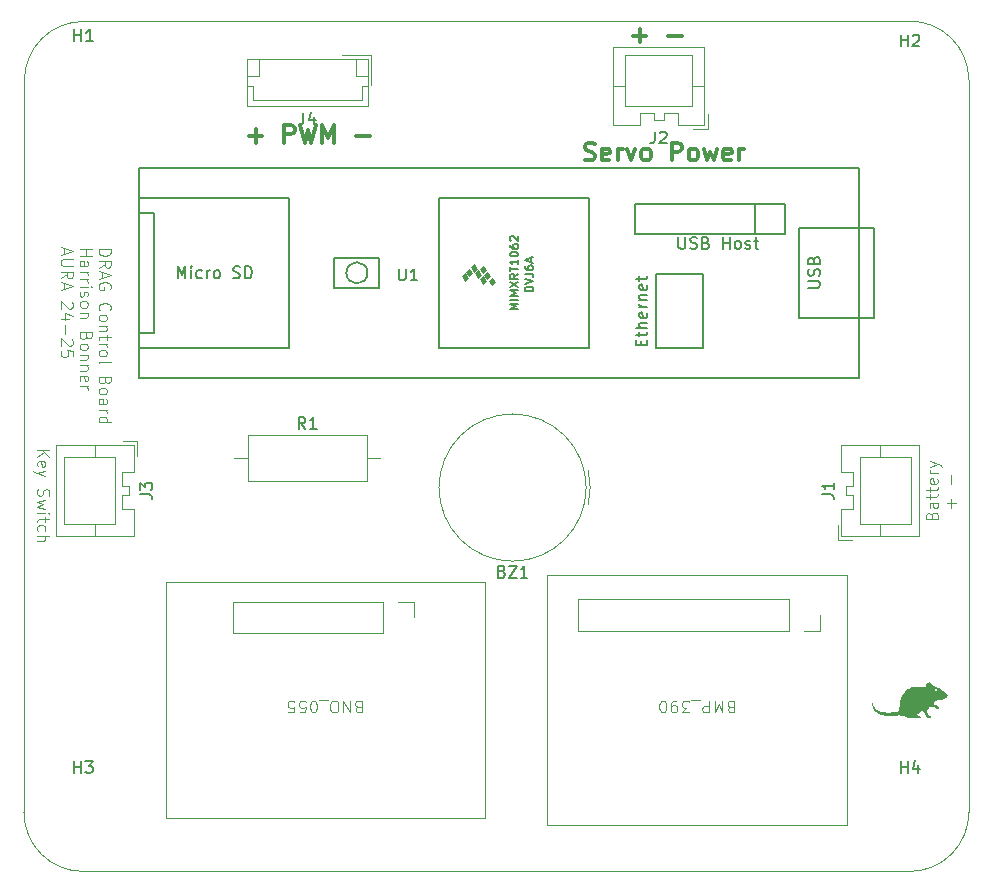
<source format=gbr>
%TF.GenerationSoftware,KiCad,Pcbnew,8.0.5*%
%TF.CreationDate,2025-01-30T22:42:22-06:00*%
%TF.ProjectId,DRAG_SUBSCALE_WIRING,44524147-5f53-4554-9253-43414c455f57,rev?*%
%TF.SameCoordinates,Original*%
%TF.FileFunction,Legend,Top*%
%TF.FilePolarity,Positive*%
%FSLAX46Y46*%
G04 Gerber Fmt 4.6, Leading zero omitted, Abs format (unit mm)*
G04 Created by KiCad (PCBNEW 8.0.5) date 2025-01-30 22:42:22*
%MOMM*%
%LPD*%
G01*
G04 APERTURE LIST*
%ADD10C,0.300000*%
%ADD11C,0.100000*%
%ADD12C,0.150000*%
%ADD13C,0.120000*%
%ADD14C,0.000000*%
%TA.AperFunction,Profile*%
%ADD15C,0.050000*%
%TD*%
G04 APERTURE END LIST*
D10*
X188554510Y-64729400D02*
X189697368Y-64729400D01*
X189125939Y-65300828D02*
X189125939Y-64157971D01*
X191554510Y-64729400D02*
X192697368Y-64729400D01*
D11*
X143347468Y-82803884D02*
X144347468Y-82803884D01*
X144347468Y-82803884D02*
X144347468Y-83041979D01*
X144347468Y-83041979D02*
X144299849Y-83184836D01*
X144299849Y-83184836D02*
X144204611Y-83280074D01*
X144204611Y-83280074D02*
X144109373Y-83327693D01*
X144109373Y-83327693D02*
X143918897Y-83375312D01*
X143918897Y-83375312D02*
X143776040Y-83375312D01*
X143776040Y-83375312D02*
X143585564Y-83327693D01*
X143585564Y-83327693D02*
X143490326Y-83280074D01*
X143490326Y-83280074D02*
X143395088Y-83184836D01*
X143395088Y-83184836D02*
X143347468Y-83041979D01*
X143347468Y-83041979D02*
X143347468Y-82803884D01*
X143347468Y-84375312D02*
X143823659Y-84041979D01*
X143347468Y-83803884D02*
X144347468Y-83803884D01*
X144347468Y-83803884D02*
X144347468Y-84184836D01*
X144347468Y-84184836D02*
X144299849Y-84280074D01*
X144299849Y-84280074D02*
X144252230Y-84327693D01*
X144252230Y-84327693D02*
X144156992Y-84375312D01*
X144156992Y-84375312D02*
X144014135Y-84375312D01*
X144014135Y-84375312D02*
X143918897Y-84327693D01*
X143918897Y-84327693D02*
X143871278Y-84280074D01*
X143871278Y-84280074D02*
X143823659Y-84184836D01*
X143823659Y-84184836D02*
X143823659Y-83803884D01*
X143633183Y-84756265D02*
X143633183Y-85232455D01*
X143347468Y-84661027D02*
X144347468Y-84994360D01*
X144347468Y-84994360D02*
X143347468Y-85327693D01*
X144299849Y-86184836D02*
X144347468Y-86089598D01*
X144347468Y-86089598D02*
X144347468Y-85946741D01*
X144347468Y-85946741D02*
X144299849Y-85803884D01*
X144299849Y-85803884D02*
X144204611Y-85708646D01*
X144204611Y-85708646D02*
X144109373Y-85661027D01*
X144109373Y-85661027D02*
X143918897Y-85613408D01*
X143918897Y-85613408D02*
X143776040Y-85613408D01*
X143776040Y-85613408D02*
X143585564Y-85661027D01*
X143585564Y-85661027D02*
X143490326Y-85708646D01*
X143490326Y-85708646D02*
X143395088Y-85803884D01*
X143395088Y-85803884D02*
X143347468Y-85946741D01*
X143347468Y-85946741D02*
X143347468Y-86041979D01*
X143347468Y-86041979D02*
X143395088Y-86184836D01*
X143395088Y-86184836D02*
X143442707Y-86232455D01*
X143442707Y-86232455D02*
X143776040Y-86232455D01*
X143776040Y-86232455D02*
X143776040Y-86041979D01*
X143442707Y-87994360D02*
X143395088Y-87946741D01*
X143395088Y-87946741D02*
X143347468Y-87803884D01*
X143347468Y-87803884D02*
X143347468Y-87708646D01*
X143347468Y-87708646D02*
X143395088Y-87565789D01*
X143395088Y-87565789D02*
X143490326Y-87470551D01*
X143490326Y-87470551D02*
X143585564Y-87422932D01*
X143585564Y-87422932D02*
X143776040Y-87375313D01*
X143776040Y-87375313D02*
X143918897Y-87375313D01*
X143918897Y-87375313D02*
X144109373Y-87422932D01*
X144109373Y-87422932D02*
X144204611Y-87470551D01*
X144204611Y-87470551D02*
X144299849Y-87565789D01*
X144299849Y-87565789D02*
X144347468Y-87708646D01*
X144347468Y-87708646D02*
X144347468Y-87803884D01*
X144347468Y-87803884D02*
X144299849Y-87946741D01*
X144299849Y-87946741D02*
X144252230Y-87994360D01*
X143347468Y-88565789D02*
X143395088Y-88470551D01*
X143395088Y-88470551D02*
X143442707Y-88422932D01*
X143442707Y-88422932D02*
X143537945Y-88375313D01*
X143537945Y-88375313D02*
X143823659Y-88375313D01*
X143823659Y-88375313D02*
X143918897Y-88422932D01*
X143918897Y-88422932D02*
X143966516Y-88470551D01*
X143966516Y-88470551D02*
X144014135Y-88565789D01*
X144014135Y-88565789D02*
X144014135Y-88708646D01*
X144014135Y-88708646D02*
X143966516Y-88803884D01*
X143966516Y-88803884D02*
X143918897Y-88851503D01*
X143918897Y-88851503D02*
X143823659Y-88899122D01*
X143823659Y-88899122D02*
X143537945Y-88899122D01*
X143537945Y-88899122D02*
X143442707Y-88851503D01*
X143442707Y-88851503D02*
X143395088Y-88803884D01*
X143395088Y-88803884D02*
X143347468Y-88708646D01*
X143347468Y-88708646D02*
X143347468Y-88565789D01*
X144014135Y-89327694D02*
X143347468Y-89327694D01*
X143918897Y-89327694D02*
X143966516Y-89375313D01*
X143966516Y-89375313D02*
X144014135Y-89470551D01*
X144014135Y-89470551D02*
X144014135Y-89613408D01*
X144014135Y-89613408D02*
X143966516Y-89708646D01*
X143966516Y-89708646D02*
X143871278Y-89756265D01*
X143871278Y-89756265D02*
X143347468Y-89756265D01*
X144014135Y-90089599D02*
X144014135Y-90470551D01*
X144347468Y-90232456D02*
X143490326Y-90232456D01*
X143490326Y-90232456D02*
X143395088Y-90280075D01*
X143395088Y-90280075D02*
X143347468Y-90375313D01*
X143347468Y-90375313D02*
X143347468Y-90470551D01*
X143347468Y-90803885D02*
X144014135Y-90803885D01*
X143823659Y-90803885D02*
X143918897Y-90851504D01*
X143918897Y-90851504D02*
X143966516Y-90899123D01*
X143966516Y-90899123D02*
X144014135Y-90994361D01*
X144014135Y-90994361D02*
X144014135Y-91089599D01*
X143347468Y-91565790D02*
X143395088Y-91470552D01*
X143395088Y-91470552D02*
X143442707Y-91422933D01*
X143442707Y-91422933D02*
X143537945Y-91375314D01*
X143537945Y-91375314D02*
X143823659Y-91375314D01*
X143823659Y-91375314D02*
X143918897Y-91422933D01*
X143918897Y-91422933D02*
X143966516Y-91470552D01*
X143966516Y-91470552D02*
X144014135Y-91565790D01*
X144014135Y-91565790D02*
X144014135Y-91708647D01*
X144014135Y-91708647D02*
X143966516Y-91803885D01*
X143966516Y-91803885D02*
X143918897Y-91851504D01*
X143918897Y-91851504D02*
X143823659Y-91899123D01*
X143823659Y-91899123D02*
X143537945Y-91899123D01*
X143537945Y-91899123D02*
X143442707Y-91851504D01*
X143442707Y-91851504D02*
X143395088Y-91803885D01*
X143395088Y-91803885D02*
X143347468Y-91708647D01*
X143347468Y-91708647D02*
X143347468Y-91565790D01*
X143347468Y-92470552D02*
X143395088Y-92375314D01*
X143395088Y-92375314D02*
X143490326Y-92327695D01*
X143490326Y-92327695D02*
X144347468Y-92327695D01*
X143871278Y-93946743D02*
X143823659Y-94089600D01*
X143823659Y-94089600D02*
X143776040Y-94137219D01*
X143776040Y-94137219D02*
X143680802Y-94184838D01*
X143680802Y-94184838D02*
X143537945Y-94184838D01*
X143537945Y-94184838D02*
X143442707Y-94137219D01*
X143442707Y-94137219D02*
X143395088Y-94089600D01*
X143395088Y-94089600D02*
X143347468Y-93994362D01*
X143347468Y-93994362D02*
X143347468Y-93613410D01*
X143347468Y-93613410D02*
X144347468Y-93613410D01*
X144347468Y-93613410D02*
X144347468Y-93946743D01*
X144347468Y-93946743D02*
X144299849Y-94041981D01*
X144299849Y-94041981D02*
X144252230Y-94089600D01*
X144252230Y-94089600D02*
X144156992Y-94137219D01*
X144156992Y-94137219D02*
X144061754Y-94137219D01*
X144061754Y-94137219D02*
X143966516Y-94089600D01*
X143966516Y-94089600D02*
X143918897Y-94041981D01*
X143918897Y-94041981D02*
X143871278Y-93946743D01*
X143871278Y-93946743D02*
X143871278Y-93613410D01*
X143347468Y-94756267D02*
X143395088Y-94661029D01*
X143395088Y-94661029D02*
X143442707Y-94613410D01*
X143442707Y-94613410D02*
X143537945Y-94565791D01*
X143537945Y-94565791D02*
X143823659Y-94565791D01*
X143823659Y-94565791D02*
X143918897Y-94613410D01*
X143918897Y-94613410D02*
X143966516Y-94661029D01*
X143966516Y-94661029D02*
X144014135Y-94756267D01*
X144014135Y-94756267D02*
X144014135Y-94899124D01*
X144014135Y-94899124D02*
X143966516Y-94994362D01*
X143966516Y-94994362D02*
X143918897Y-95041981D01*
X143918897Y-95041981D02*
X143823659Y-95089600D01*
X143823659Y-95089600D02*
X143537945Y-95089600D01*
X143537945Y-95089600D02*
X143442707Y-95041981D01*
X143442707Y-95041981D02*
X143395088Y-94994362D01*
X143395088Y-94994362D02*
X143347468Y-94899124D01*
X143347468Y-94899124D02*
X143347468Y-94756267D01*
X143347468Y-95946743D02*
X143871278Y-95946743D01*
X143871278Y-95946743D02*
X143966516Y-95899124D01*
X143966516Y-95899124D02*
X144014135Y-95803886D01*
X144014135Y-95803886D02*
X144014135Y-95613410D01*
X144014135Y-95613410D02*
X143966516Y-95518172D01*
X143395088Y-95946743D02*
X143347468Y-95851505D01*
X143347468Y-95851505D02*
X143347468Y-95613410D01*
X143347468Y-95613410D02*
X143395088Y-95518172D01*
X143395088Y-95518172D02*
X143490326Y-95470553D01*
X143490326Y-95470553D02*
X143585564Y-95470553D01*
X143585564Y-95470553D02*
X143680802Y-95518172D01*
X143680802Y-95518172D02*
X143728421Y-95613410D01*
X143728421Y-95613410D02*
X143728421Y-95851505D01*
X143728421Y-95851505D02*
X143776040Y-95946743D01*
X143347468Y-96422934D02*
X144014135Y-96422934D01*
X143823659Y-96422934D02*
X143918897Y-96470553D01*
X143918897Y-96470553D02*
X143966516Y-96518172D01*
X143966516Y-96518172D02*
X144014135Y-96613410D01*
X144014135Y-96613410D02*
X144014135Y-96708648D01*
X143347468Y-97470553D02*
X144347468Y-97470553D01*
X143395088Y-97470553D02*
X143347468Y-97375315D01*
X143347468Y-97375315D02*
X143347468Y-97184839D01*
X143347468Y-97184839D02*
X143395088Y-97089601D01*
X143395088Y-97089601D02*
X143442707Y-97041982D01*
X143442707Y-97041982D02*
X143537945Y-96994363D01*
X143537945Y-96994363D02*
X143823659Y-96994363D01*
X143823659Y-96994363D02*
X143918897Y-97041982D01*
X143918897Y-97041982D02*
X143966516Y-97089601D01*
X143966516Y-97089601D02*
X144014135Y-97184839D01*
X144014135Y-97184839D02*
X144014135Y-97375315D01*
X144014135Y-97375315D02*
X143966516Y-97470553D01*
X141737524Y-82803884D02*
X142737524Y-82803884D01*
X142261334Y-82803884D02*
X142261334Y-83375312D01*
X141737524Y-83375312D02*
X142737524Y-83375312D01*
X141737524Y-84280074D02*
X142261334Y-84280074D01*
X142261334Y-84280074D02*
X142356572Y-84232455D01*
X142356572Y-84232455D02*
X142404191Y-84137217D01*
X142404191Y-84137217D02*
X142404191Y-83946741D01*
X142404191Y-83946741D02*
X142356572Y-83851503D01*
X141785144Y-84280074D02*
X141737524Y-84184836D01*
X141737524Y-84184836D02*
X141737524Y-83946741D01*
X141737524Y-83946741D02*
X141785144Y-83851503D01*
X141785144Y-83851503D02*
X141880382Y-83803884D01*
X141880382Y-83803884D02*
X141975620Y-83803884D01*
X141975620Y-83803884D02*
X142070858Y-83851503D01*
X142070858Y-83851503D02*
X142118477Y-83946741D01*
X142118477Y-83946741D02*
X142118477Y-84184836D01*
X142118477Y-84184836D02*
X142166096Y-84280074D01*
X141737524Y-84756265D02*
X142404191Y-84756265D01*
X142213715Y-84756265D02*
X142308953Y-84803884D01*
X142308953Y-84803884D02*
X142356572Y-84851503D01*
X142356572Y-84851503D02*
X142404191Y-84946741D01*
X142404191Y-84946741D02*
X142404191Y-85041979D01*
X141737524Y-85375313D02*
X142404191Y-85375313D01*
X142213715Y-85375313D02*
X142308953Y-85422932D01*
X142308953Y-85422932D02*
X142356572Y-85470551D01*
X142356572Y-85470551D02*
X142404191Y-85565789D01*
X142404191Y-85565789D02*
X142404191Y-85661027D01*
X141737524Y-85994361D02*
X142404191Y-85994361D01*
X142737524Y-85994361D02*
X142689905Y-85946742D01*
X142689905Y-85946742D02*
X142642286Y-85994361D01*
X142642286Y-85994361D02*
X142689905Y-86041980D01*
X142689905Y-86041980D02*
X142737524Y-85994361D01*
X142737524Y-85994361D02*
X142642286Y-85994361D01*
X141785144Y-86422932D02*
X141737524Y-86518170D01*
X141737524Y-86518170D02*
X141737524Y-86708646D01*
X141737524Y-86708646D02*
X141785144Y-86803884D01*
X141785144Y-86803884D02*
X141880382Y-86851503D01*
X141880382Y-86851503D02*
X141928001Y-86851503D01*
X141928001Y-86851503D02*
X142023239Y-86803884D01*
X142023239Y-86803884D02*
X142070858Y-86708646D01*
X142070858Y-86708646D02*
X142070858Y-86565789D01*
X142070858Y-86565789D02*
X142118477Y-86470551D01*
X142118477Y-86470551D02*
X142213715Y-86422932D01*
X142213715Y-86422932D02*
X142261334Y-86422932D01*
X142261334Y-86422932D02*
X142356572Y-86470551D01*
X142356572Y-86470551D02*
X142404191Y-86565789D01*
X142404191Y-86565789D02*
X142404191Y-86708646D01*
X142404191Y-86708646D02*
X142356572Y-86803884D01*
X141737524Y-87422932D02*
X141785144Y-87327694D01*
X141785144Y-87327694D02*
X141832763Y-87280075D01*
X141832763Y-87280075D02*
X141928001Y-87232456D01*
X141928001Y-87232456D02*
X142213715Y-87232456D01*
X142213715Y-87232456D02*
X142308953Y-87280075D01*
X142308953Y-87280075D02*
X142356572Y-87327694D01*
X142356572Y-87327694D02*
X142404191Y-87422932D01*
X142404191Y-87422932D02*
X142404191Y-87565789D01*
X142404191Y-87565789D02*
X142356572Y-87661027D01*
X142356572Y-87661027D02*
X142308953Y-87708646D01*
X142308953Y-87708646D02*
X142213715Y-87756265D01*
X142213715Y-87756265D02*
X141928001Y-87756265D01*
X141928001Y-87756265D02*
X141832763Y-87708646D01*
X141832763Y-87708646D02*
X141785144Y-87661027D01*
X141785144Y-87661027D02*
X141737524Y-87565789D01*
X141737524Y-87565789D02*
X141737524Y-87422932D01*
X142404191Y-88184837D02*
X141737524Y-88184837D01*
X142308953Y-88184837D02*
X142356572Y-88232456D01*
X142356572Y-88232456D02*
X142404191Y-88327694D01*
X142404191Y-88327694D02*
X142404191Y-88470551D01*
X142404191Y-88470551D02*
X142356572Y-88565789D01*
X142356572Y-88565789D02*
X142261334Y-88613408D01*
X142261334Y-88613408D02*
X141737524Y-88613408D01*
X142261334Y-90184837D02*
X142213715Y-90327694D01*
X142213715Y-90327694D02*
X142166096Y-90375313D01*
X142166096Y-90375313D02*
X142070858Y-90422932D01*
X142070858Y-90422932D02*
X141928001Y-90422932D01*
X141928001Y-90422932D02*
X141832763Y-90375313D01*
X141832763Y-90375313D02*
X141785144Y-90327694D01*
X141785144Y-90327694D02*
X141737524Y-90232456D01*
X141737524Y-90232456D02*
X141737524Y-89851504D01*
X141737524Y-89851504D02*
X142737524Y-89851504D01*
X142737524Y-89851504D02*
X142737524Y-90184837D01*
X142737524Y-90184837D02*
X142689905Y-90280075D01*
X142689905Y-90280075D02*
X142642286Y-90327694D01*
X142642286Y-90327694D02*
X142547048Y-90375313D01*
X142547048Y-90375313D02*
X142451810Y-90375313D01*
X142451810Y-90375313D02*
X142356572Y-90327694D01*
X142356572Y-90327694D02*
X142308953Y-90280075D01*
X142308953Y-90280075D02*
X142261334Y-90184837D01*
X142261334Y-90184837D02*
X142261334Y-89851504D01*
X141737524Y-90994361D02*
X141785144Y-90899123D01*
X141785144Y-90899123D02*
X141832763Y-90851504D01*
X141832763Y-90851504D02*
X141928001Y-90803885D01*
X141928001Y-90803885D02*
X142213715Y-90803885D01*
X142213715Y-90803885D02*
X142308953Y-90851504D01*
X142308953Y-90851504D02*
X142356572Y-90899123D01*
X142356572Y-90899123D02*
X142404191Y-90994361D01*
X142404191Y-90994361D02*
X142404191Y-91137218D01*
X142404191Y-91137218D02*
X142356572Y-91232456D01*
X142356572Y-91232456D02*
X142308953Y-91280075D01*
X142308953Y-91280075D02*
X142213715Y-91327694D01*
X142213715Y-91327694D02*
X141928001Y-91327694D01*
X141928001Y-91327694D02*
X141832763Y-91280075D01*
X141832763Y-91280075D02*
X141785144Y-91232456D01*
X141785144Y-91232456D02*
X141737524Y-91137218D01*
X141737524Y-91137218D02*
X141737524Y-90994361D01*
X142404191Y-91756266D02*
X141737524Y-91756266D01*
X142308953Y-91756266D02*
X142356572Y-91803885D01*
X142356572Y-91803885D02*
X142404191Y-91899123D01*
X142404191Y-91899123D02*
X142404191Y-92041980D01*
X142404191Y-92041980D02*
X142356572Y-92137218D01*
X142356572Y-92137218D02*
X142261334Y-92184837D01*
X142261334Y-92184837D02*
X141737524Y-92184837D01*
X142404191Y-92661028D02*
X141737524Y-92661028D01*
X142308953Y-92661028D02*
X142356572Y-92708647D01*
X142356572Y-92708647D02*
X142404191Y-92803885D01*
X142404191Y-92803885D02*
X142404191Y-92946742D01*
X142404191Y-92946742D02*
X142356572Y-93041980D01*
X142356572Y-93041980D02*
X142261334Y-93089599D01*
X142261334Y-93089599D02*
X141737524Y-93089599D01*
X141785144Y-93946742D02*
X141737524Y-93851504D01*
X141737524Y-93851504D02*
X141737524Y-93661028D01*
X141737524Y-93661028D02*
X141785144Y-93565790D01*
X141785144Y-93565790D02*
X141880382Y-93518171D01*
X141880382Y-93518171D02*
X142261334Y-93518171D01*
X142261334Y-93518171D02*
X142356572Y-93565790D01*
X142356572Y-93565790D02*
X142404191Y-93661028D01*
X142404191Y-93661028D02*
X142404191Y-93851504D01*
X142404191Y-93851504D02*
X142356572Y-93946742D01*
X142356572Y-93946742D02*
X142261334Y-93994361D01*
X142261334Y-93994361D02*
X142166096Y-93994361D01*
X142166096Y-93994361D02*
X142070858Y-93518171D01*
X141737524Y-94422933D02*
X142404191Y-94422933D01*
X142213715Y-94422933D02*
X142308953Y-94470552D01*
X142308953Y-94470552D02*
X142356572Y-94518171D01*
X142356572Y-94518171D02*
X142404191Y-94613409D01*
X142404191Y-94613409D02*
X142404191Y-94708647D01*
X140413295Y-82756265D02*
X140413295Y-83232455D01*
X140127580Y-82661027D02*
X141127580Y-82994360D01*
X141127580Y-82994360D02*
X140127580Y-83327693D01*
X141127580Y-83661027D02*
X140318057Y-83661027D01*
X140318057Y-83661027D02*
X140222819Y-83708646D01*
X140222819Y-83708646D02*
X140175200Y-83756265D01*
X140175200Y-83756265D02*
X140127580Y-83851503D01*
X140127580Y-83851503D02*
X140127580Y-84041979D01*
X140127580Y-84041979D02*
X140175200Y-84137217D01*
X140175200Y-84137217D02*
X140222819Y-84184836D01*
X140222819Y-84184836D02*
X140318057Y-84232455D01*
X140318057Y-84232455D02*
X141127580Y-84232455D01*
X140127580Y-85280074D02*
X140603771Y-84946741D01*
X140127580Y-84708646D02*
X141127580Y-84708646D01*
X141127580Y-84708646D02*
X141127580Y-85089598D01*
X141127580Y-85089598D02*
X141079961Y-85184836D01*
X141079961Y-85184836D02*
X141032342Y-85232455D01*
X141032342Y-85232455D02*
X140937104Y-85280074D01*
X140937104Y-85280074D02*
X140794247Y-85280074D01*
X140794247Y-85280074D02*
X140699009Y-85232455D01*
X140699009Y-85232455D02*
X140651390Y-85184836D01*
X140651390Y-85184836D02*
X140603771Y-85089598D01*
X140603771Y-85089598D02*
X140603771Y-84708646D01*
X140413295Y-85661027D02*
X140413295Y-86137217D01*
X140127580Y-85565789D02*
X141127580Y-85899122D01*
X141127580Y-85899122D02*
X140127580Y-86232455D01*
X141032342Y-87280075D02*
X141079961Y-87327694D01*
X141079961Y-87327694D02*
X141127580Y-87422932D01*
X141127580Y-87422932D02*
X141127580Y-87661027D01*
X141127580Y-87661027D02*
X141079961Y-87756265D01*
X141079961Y-87756265D02*
X141032342Y-87803884D01*
X141032342Y-87803884D02*
X140937104Y-87851503D01*
X140937104Y-87851503D02*
X140841866Y-87851503D01*
X140841866Y-87851503D02*
X140699009Y-87803884D01*
X140699009Y-87803884D02*
X140127580Y-87232456D01*
X140127580Y-87232456D02*
X140127580Y-87851503D01*
X140794247Y-88708646D02*
X140127580Y-88708646D01*
X141175200Y-88470551D02*
X140460914Y-88232456D01*
X140460914Y-88232456D02*
X140460914Y-88851503D01*
X140508533Y-89232456D02*
X140508533Y-89994361D01*
X141032342Y-90422932D02*
X141079961Y-90470551D01*
X141079961Y-90470551D02*
X141127580Y-90565789D01*
X141127580Y-90565789D02*
X141127580Y-90803884D01*
X141127580Y-90803884D02*
X141079961Y-90899122D01*
X141079961Y-90899122D02*
X141032342Y-90946741D01*
X141032342Y-90946741D02*
X140937104Y-90994360D01*
X140937104Y-90994360D02*
X140841866Y-90994360D01*
X140841866Y-90994360D02*
X140699009Y-90946741D01*
X140699009Y-90946741D02*
X140127580Y-90375313D01*
X140127580Y-90375313D02*
X140127580Y-90994360D01*
X141127580Y-91899122D02*
X141127580Y-91422932D01*
X141127580Y-91422932D02*
X140651390Y-91375313D01*
X140651390Y-91375313D02*
X140699009Y-91422932D01*
X140699009Y-91422932D02*
X140746628Y-91518170D01*
X140746628Y-91518170D02*
X140746628Y-91756265D01*
X140746628Y-91756265D02*
X140699009Y-91851503D01*
X140699009Y-91851503D02*
X140651390Y-91899122D01*
X140651390Y-91899122D02*
X140556152Y-91946741D01*
X140556152Y-91946741D02*
X140318057Y-91946741D01*
X140318057Y-91946741D02*
X140222819Y-91899122D01*
X140222819Y-91899122D02*
X140175200Y-91851503D01*
X140175200Y-91851503D02*
X140127580Y-91756265D01*
X140127580Y-91756265D02*
X140127580Y-91518170D01*
X140127580Y-91518170D02*
X140175200Y-91422932D01*
X140175200Y-91422932D02*
X140222819Y-91375313D01*
X213848609Y-105362782D02*
X213896228Y-105219925D01*
X213896228Y-105219925D02*
X213943847Y-105172306D01*
X213943847Y-105172306D02*
X214039085Y-105124687D01*
X214039085Y-105124687D02*
X214181942Y-105124687D01*
X214181942Y-105124687D02*
X214277180Y-105172306D01*
X214277180Y-105172306D02*
X214324800Y-105219925D01*
X214324800Y-105219925D02*
X214372419Y-105315163D01*
X214372419Y-105315163D02*
X214372419Y-105696115D01*
X214372419Y-105696115D02*
X213372419Y-105696115D01*
X213372419Y-105696115D02*
X213372419Y-105362782D01*
X213372419Y-105362782D02*
X213420038Y-105267544D01*
X213420038Y-105267544D02*
X213467657Y-105219925D01*
X213467657Y-105219925D02*
X213562895Y-105172306D01*
X213562895Y-105172306D02*
X213658133Y-105172306D01*
X213658133Y-105172306D02*
X213753371Y-105219925D01*
X213753371Y-105219925D02*
X213800990Y-105267544D01*
X213800990Y-105267544D02*
X213848609Y-105362782D01*
X213848609Y-105362782D02*
X213848609Y-105696115D01*
X214372419Y-104267544D02*
X213848609Y-104267544D01*
X213848609Y-104267544D02*
X213753371Y-104315163D01*
X213753371Y-104315163D02*
X213705752Y-104410401D01*
X213705752Y-104410401D02*
X213705752Y-104600877D01*
X213705752Y-104600877D02*
X213753371Y-104696115D01*
X214324800Y-104267544D02*
X214372419Y-104362782D01*
X214372419Y-104362782D02*
X214372419Y-104600877D01*
X214372419Y-104600877D02*
X214324800Y-104696115D01*
X214324800Y-104696115D02*
X214229561Y-104743734D01*
X214229561Y-104743734D02*
X214134323Y-104743734D01*
X214134323Y-104743734D02*
X214039085Y-104696115D01*
X214039085Y-104696115D02*
X213991466Y-104600877D01*
X213991466Y-104600877D02*
X213991466Y-104362782D01*
X213991466Y-104362782D02*
X213943847Y-104267544D01*
X213705752Y-103934210D02*
X213705752Y-103553258D01*
X213372419Y-103791353D02*
X214229561Y-103791353D01*
X214229561Y-103791353D02*
X214324800Y-103743734D01*
X214324800Y-103743734D02*
X214372419Y-103648496D01*
X214372419Y-103648496D02*
X214372419Y-103553258D01*
X213705752Y-103362781D02*
X213705752Y-102981829D01*
X213372419Y-103219924D02*
X214229561Y-103219924D01*
X214229561Y-103219924D02*
X214324800Y-103172305D01*
X214324800Y-103172305D02*
X214372419Y-103077067D01*
X214372419Y-103077067D02*
X214372419Y-102981829D01*
X214324800Y-102267543D02*
X214372419Y-102362781D01*
X214372419Y-102362781D02*
X214372419Y-102553257D01*
X214372419Y-102553257D02*
X214324800Y-102648495D01*
X214324800Y-102648495D02*
X214229561Y-102696114D01*
X214229561Y-102696114D02*
X213848609Y-102696114D01*
X213848609Y-102696114D02*
X213753371Y-102648495D01*
X213753371Y-102648495D02*
X213705752Y-102553257D01*
X213705752Y-102553257D02*
X213705752Y-102362781D01*
X213705752Y-102362781D02*
X213753371Y-102267543D01*
X213753371Y-102267543D02*
X213848609Y-102219924D01*
X213848609Y-102219924D02*
X213943847Y-102219924D01*
X213943847Y-102219924D02*
X214039085Y-102696114D01*
X214372419Y-101791352D02*
X213705752Y-101791352D01*
X213896228Y-101791352D02*
X213800990Y-101743733D01*
X213800990Y-101743733D02*
X213753371Y-101696114D01*
X213753371Y-101696114D02*
X213705752Y-101600876D01*
X213705752Y-101600876D02*
X213705752Y-101505638D01*
X213705752Y-101267542D02*
X214372419Y-101029447D01*
X213705752Y-100791352D02*
X214372419Y-101029447D01*
X214372419Y-101029447D02*
X214610514Y-101124685D01*
X214610514Y-101124685D02*
X214658133Y-101172304D01*
X214658133Y-101172304D02*
X214705752Y-101267542D01*
D10*
X184483082Y-75229400D02*
X184697368Y-75300828D01*
X184697368Y-75300828D02*
X185054510Y-75300828D01*
X185054510Y-75300828D02*
X185197368Y-75229400D01*
X185197368Y-75229400D02*
X185268796Y-75157971D01*
X185268796Y-75157971D02*
X185340225Y-75015114D01*
X185340225Y-75015114D02*
X185340225Y-74872257D01*
X185340225Y-74872257D02*
X185268796Y-74729400D01*
X185268796Y-74729400D02*
X185197368Y-74657971D01*
X185197368Y-74657971D02*
X185054510Y-74586542D01*
X185054510Y-74586542D02*
X184768796Y-74515114D01*
X184768796Y-74515114D02*
X184625939Y-74443685D01*
X184625939Y-74443685D02*
X184554510Y-74372257D01*
X184554510Y-74372257D02*
X184483082Y-74229400D01*
X184483082Y-74229400D02*
X184483082Y-74086542D01*
X184483082Y-74086542D02*
X184554510Y-73943685D01*
X184554510Y-73943685D02*
X184625939Y-73872257D01*
X184625939Y-73872257D02*
X184768796Y-73800828D01*
X184768796Y-73800828D02*
X185125939Y-73800828D01*
X185125939Y-73800828D02*
X185340225Y-73872257D01*
X186554510Y-75229400D02*
X186411653Y-75300828D01*
X186411653Y-75300828D02*
X186125939Y-75300828D01*
X186125939Y-75300828D02*
X185983081Y-75229400D01*
X185983081Y-75229400D02*
X185911653Y-75086542D01*
X185911653Y-75086542D02*
X185911653Y-74515114D01*
X185911653Y-74515114D02*
X185983081Y-74372257D01*
X185983081Y-74372257D02*
X186125939Y-74300828D01*
X186125939Y-74300828D02*
X186411653Y-74300828D01*
X186411653Y-74300828D02*
X186554510Y-74372257D01*
X186554510Y-74372257D02*
X186625939Y-74515114D01*
X186625939Y-74515114D02*
X186625939Y-74657971D01*
X186625939Y-74657971D02*
X185911653Y-74800828D01*
X187268795Y-75300828D02*
X187268795Y-74300828D01*
X187268795Y-74586542D02*
X187340224Y-74443685D01*
X187340224Y-74443685D02*
X187411653Y-74372257D01*
X187411653Y-74372257D02*
X187554510Y-74300828D01*
X187554510Y-74300828D02*
X187697367Y-74300828D01*
X188054509Y-74300828D02*
X188411652Y-75300828D01*
X188411652Y-75300828D02*
X188768795Y-74300828D01*
X189554509Y-75300828D02*
X189411652Y-75229400D01*
X189411652Y-75229400D02*
X189340223Y-75157971D01*
X189340223Y-75157971D02*
X189268795Y-75015114D01*
X189268795Y-75015114D02*
X189268795Y-74586542D01*
X189268795Y-74586542D02*
X189340223Y-74443685D01*
X189340223Y-74443685D02*
X189411652Y-74372257D01*
X189411652Y-74372257D02*
X189554509Y-74300828D01*
X189554509Y-74300828D02*
X189768795Y-74300828D01*
X189768795Y-74300828D02*
X189911652Y-74372257D01*
X189911652Y-74372257D02*
X189983081Y-74443685D01*
X189983081Y-74443685D02*
X190054509Y-74586542D01*
X190054509Y-74586542D02*
X190054509Y-75015114D01*
X190054509Y-75015114D02*
X189983081Y-75157971D01*
X189983081Y-75157971D02*
X189911652Y-75229400D01*
X189911652Y-75229400D02*
X189768795Y-75300828D01*
X189768795Y-75300828D02*
X189554509Y-75300828D01*
X191840223Y-75300828D02*
X191840223Y-73800828D01*
X191840223Y-73800828D02*
X192411652Y-73800828D01*
X192411652Y-73800828D02*
X192554509Y-73872257D01*
X192554509Y-73872257D02*
X192625938Y-73943685D01*
X192625938Y-73943685D02*
X192697366Y-74086542D01*
X192697366Y-74086542D02*
X192697366Y-74300828D01*
X192697366Y-74300828D02*
X192625938Y-74443685D01*
X192625938Y-74443685D02*
X192554509Y-74515114D01*
X192554509Y-74515114D02*
X192411652Y-74586542D01*
X192411652Y-74586542D02*
X191840223Y-74586542D01*
X193554509Y-75300828D02*
X193411652Y-75229400D01*
X193411652Y-75229400D02*
X193340223Y-75157971D01*
X193340223Y-75157971D02*
X193268795Y-75015114D01*
X193268795Y-75015114D02*
X193268795Y-74586542D01*
X193268795Y-74586542D02*
X193340223Y-74443685D01*
X193340223Y-74443685D02*
X193411652Y-74372257D01*
X193411652Y-74372257D02*
X193554509Y-74300828D01*
X193554509Y-74300828D02*
X193768795Y-74300828D01*
X193768795Y-74300828D02*
X193911652Y-74372257D01*
X193911652Y-74372257D02*
X193983081Y-74443685D01*
X193983081Y-74443685D02*
X194054509Y-74586542D01*
X194054509Y-74586542D02*
X194054509Y-75015114D01*
X194054509Y-75015114D02*
X193983081Y-75157971D01*
X193983081Y-75157971D02*
X193911652Y-75229400D01*
X193911652Y-75229400D02*
X193768795Y-75300828D01*
X193768795Y-75300828D02*
X193554509Y-75300828D01*
X194554509Y-74300828D02*
X194840224Y-75300828D01*
X194840224Y-75300828D02*
X195125938Y-74586542D01*
X195125938Y-74586542D02*
X195411652Y-75300828D01*
X195411652Y-75300828D02*
X195697366Y-74300828D01*
X196840224Y-75229400D02*
X196697367Y-75300828D01*
X196697367Y-75300828D02*
X196411653Y-75300828D01*
X196411653Y-75300828D02*
X196268795Y-75229400D01*
X196268795Y-75229400D02*
X196197367Y-75086542D01*
X196197367Y-75086542D02*
X196197367Y-74515114D01*
X196197367Y-74515114D02*
X196268795Y-74372257D01*
X196268795Y-74372257D02*
X196411653Y-74300828D01*
X196411653Y-74300828D02*
X196697367Y-74300828D01*
X196697367Y-74300828D02*
X196840224Y-74372257D01*
X196840224Y-74372257D02*
X196911653Y-74515114D01*
X196911653Y-74515114D02*
X196911653Y-74657971D01*
X196911653Y-74657971D02*
X196197367Y-74800828D01*
X197554509Y-75300828D02*
X197554509Y-74300828D01*
X197554509Y-74586542D02*
X197625938Y-74443685D01*
X197625938Y-74443685D02*
X197697367Y-74372257D01*
X197697367Y-74372257D02*
X197840224Y-74300828D01*
X197840224Y-74300828D02*
X197983081Y-74300828D01*
D11*
X215491466Y-104696115D02*
X215491466Y-103934211D01*
X215872419Y-104315163D02*
X215110514Y-104315163D01*
X215491466Y-102696115D02*
X215491466Y-101934211D01*
X138127580Y-99803884D02*
X139127580Y-99803884D01*
X138127580Y-100375312D02*
X138699009Y-99946741D01*
X139127580Y-100375312D02*
X138556152Y-99803884D01*
X138175200Y-101184836D02*
X138127580Y-101089598D01*
X138127580Y-101089598D02*
X138127580Y-100899122D01*
X138127580Y-100899122D02*
X138175200Y-100803884D01*
X138175200Y-100803884D02*
X138270438Y-100756265D01*
X138270438Y-100756265D02*
X138651390Y-100756265D01*
X138651390Y-100756265D02*
X138746628Y-100803884D01*
X138746628Y-100803884D02*
X138794247Y-100899122D01*
X138794247Y-100899122D02*
X138794247Y-101089598D01*
X138794247Y-101089598D02*
X138746628Y-101184836D01*
X138746628Y-101184836D02*
X138651390Y-101232455D01*
X138651390Y-101232455D02*
X138556152Y-101232455D01*
X138556152Y-101232455D02*
X138460914Y-100756265D01*
X138794247Y-101565789D02*
X138127580Y-101803884D01*
X138794247Y-102041979D02*
X138127580Y-101803884D01*
X138127580Y-101803884D02*
X137889485Y-101708646D01*
X137889485Y-101708646D02*
X137841866Y-101661027D01*
X137841866Y-101661027D02*
X137794247Y-101565789D01*
X138175200Y-103137218D02*
X138127580Y-103280075D01*
X138127580Y-103280075D02*
X138127580Y-103518170D01*
X138127580Y-103518170D02*
X138175200Y-103613408D01*
X138175200Y-103613408D02*
X138222819Y-103661027D01*
X138222819Y-103661027D02*
X138318057Y-103708646D01*
X138318057Y-103708646D02*
X138413295Y-103708646D01*
X138413295Y-103708646D02*
X138508533Y-103661027D01*
X138508533Y-103661027D02*
X138556152Y-103613408D01*
X138556152Y-103613408D02*
X138603771Y-103518170D01*
X138603771Y-103518170D02*
X138651390Y-103327694D01*
X138651390Y-103327694D02*
X138699009Y-103232456D01*
X138699009Y-103232456D02*
X138746628Y-103184837D01*
X138746628Y-103184837D02*
X138841866Y-103137218D01*
X138841866Y-103137218D02*
X138937104Y-103137218D01*
X138937104Y-103137218D02*
X139032342Y-103184837D01*
X139032342Y-103184837D02*
X139079961Y-103232456D01*
X139079961Y-103232456D02*
X139127580Y-103327694D01*
X139127580Y-103327694D02*
X139127580Y-103565789D01*
X139127580Y-103565789D02*
X139079961Y-103708646D01*
X138794247Y-104041980D02*
X138127580Y-104232456D01*
X138127580Y-104232456D02*
X138603771Y-104422932D01*
X138603771Y-104422932D02*
X138127580Y-104613408D01*
X138127580Y-104613408D02*
X138794247Y-104803884D01*
X138127580Y-105184837D02*
X138794247Y-105184837D01*
X139127580Y-105184837D02*
X139079961Y-105137218D01*
X139079961Y-105137218D02*
X139032342Y-105184837D01*
X139032342Y-105184837D02*
X139079961Y-105232456D01*
X139079961Y-105232456D02*
X139127580Y-105184837D01*
X139127580Y-105184837D02*
X139032342Y-105184837D01*
X138794247Y-105518170D02*
X138794247Y-105899122D01*
X139127580Y-105661027D02*
X138270438Y-105661027D01*
X138270438Y-105661027D02*
X138175200Y-105708646D01*
X138175200Y-105708646D02*
X138127580Y-105803884D01*
X138127580Y-105803884D02*
X138127580Y-105899122D01*
X138175200Y-106661027D02*
X138127580Y-106565789D01*
X138127580Y-106565789D02*
X138127580Y-106375313D01*
X138127580Y-106375313D02*
X138175200Y-106280075D01*
X138175200Y-106280075D02*
X138222819Y-106232456D01*
X138222819Y-106232456D02*
X138318057Y-106184837D01*
X138318057Y-106184837D02*
X138603771Y-106184837D01*
X138603771Y-106184837D02*
X138699009Y-106232456D01*
X138699009Y-106232456D02*
X138746628Y-106280075D01*
X138746628Y-106280075D02*
X138794247Y-106375313D01*
X138794247Y-106375313D02*
X138794247Y-106565789D01*
X138794247Y-106565789D02*
X138746628Y-106661027D01*
X138127580Y-107089599D02*
X139127580Y-107089599D01*
X138127580Y-107518170D02*
X138651390Y-107518170D01*
X138651390Y-107518170D02*
X138746628Y-107470551D01*
X138746628Y-107470551D02*
X138794247Y-107375313D01*
X138794247Y-107375313D02*
X138794247Y-107232456D01*
X138794247Y-107232456D02*
X138746628Y-107137218D01*
X138746628Y-107137218D02*
X138699009Y-107089599D01*
D10*
X156054510Y-73229400D02*
X157197368Y-73229400D01*
X156625939Y-73800828D02*
X156625939Y-72657971D01*
X159054510Y-73800828D02*
X159054510Y-72300828D01*
X159054510Y-72300828D02*
X159625939Y-72300828D01*
X159625939Y-72300828D02*
X159768796Y-72372257D01*
X159768796Y-72372257D02*
X159840225Y-72443685D01*
X159840225Y-72443685D02*
X159911653Y-72586542D01*
X159911653Y-72586542D02*
X159911653Y-72800828D01*
X159911653Y-72800828D02*
X159840225Y-72943685D01*
X159840225Y-72943685D02*
X159768796Y-73015114D01*
X159768796Y-73015114D02*
X159625939Y-73086542D01*
X159625939Y-73086542D02*
X159054510Y-73086542D01*
X160411653Y-72300828D02*
X160768796Y-73800828D01*
X160768796Y-73800828D02*
X161054510Y-72729400D01*
X161054510Y-72729400D02*
X161340225Y-73800828D01*
X161340225Y-73800828D02*
X161697368Y-72300828D01*
X162268796Y-73800828D02*
X162268796Y-72300828D01*
X162268796Y-72300828D02*
X162768796Y-73372257D01*
X162768796Y-73372257D02*
X163268796Y-72300828D01*
X163268796Y-72300828D02*
X163268796Y-73800828D01*
X165125939Y-73229400D02*
X166268797Y-73229400D01*
D12*
X211238095Y-65654819D02*
X211238095Y-64654819D01*
X211238095Y-65131009D02*
X211809523Y-65131009D01*
X211809523Y-65654819D02*
X211809523Y-64654819D01*
X212238095Y-64750057D02*
X212285714Y-64702438D01*
X212285714Y-64702438D02*
X212380952Y-64654819D01*
X212380952Y-64654819D02*
X212619047Y-64654819D01*
X212619047Y-64654819D02*
X212714285Y-64702438D01*
X212714285Y-64702438D02*
X212761904Y-64750057D01*
X212761904Y-64750057D02*
X212809523Y-64845295D01*
X212809523Y-64845295D02*
X212809523Y-64940533D01*
X212809523Y-64940533D02*
X212761904Y-65083390D01*
X212761904Y-65083390D02*
X212190476Y-65654819D01*
X212190476Y-65654819D02*
X212809523Y-65654819D01*
X141273629Y-65190353D02*
X141273629Y-64190353D01*
X141273629Y-64666543D02*
X141845057Y-64666543D01*
X141845057Y-65190353D02*
X141845057Y-64190353D01*
X142845057Y-65190353D02*
X142273629Y-65190353D01*
X142559343Y-65190353D02*
X142559343Y-64190353D01*
X142559343Y-64190353D02*
X142464105Y-64333210D01*
X142464105Y-64333210D02*
X142368867Y-64428448D01*
X142368867Y-64428448D02*
X142273629Y-64476067D01*
X168738095Y-84454819D02*
X168738095Y-85264342D01*
X168738095Y-85264342D02*
X168785714Y-85359580D01*
X168785714Y-85359580D02*
X168833333Y-85407200D01*
X168833333Y-85407200D02*
X168928571Y-85454819D01*
X168928571Y-85454819D02*
X169119047Y-85454819D01*
X169119047Y-85454819D02*
X169214285Y-85407200D01*
X169214285Y-85407200D02*
X169261904Y-85359580D01*
X169261904Y-85359580D02*
X169309523Y-85264342D01*
X169309523Y-85264342D02*
X169309523Y-84454819D01*
X170309523Y-85454819D02*
X169738095Y-85454819D01*
X170023809Y-85454819D02*
X170023809Y-84454819D01*
X170023809Y-84454819D02*
X169928571Y-84597676D01*
X169928571Y-84597676D02*
X169833333Y-84692914D01*
X169833333Y-84692914D02*
X169738095Y-84740533D01*
X192416276Y-81784019D02*
X192416276Y-82593542D01*
X192416276Y-82593542D02*
X192463895Y-82688780D01*
X192463895Y-82688780D02*
X192511514Y-82736400D01*
X192511514Y-82736400D02*
X192606752Y-82784019D01*
X192606752Y-82784019D02*
X192797228Y-82784019D01*
X192797228Y-82784019D02*
X192892466Y-82736400D01*
X192892466Y-82736400D02*
X192940085Y-82688780D01*
X192940085Y-82688780D02*
X192987704Y-82593542D01*
X192987704Y-82593542D02*
X192987704Y-81784019D01*
X193416276Y-82736400D02*
X193559133Y-82784019D01*
X193559133Y-82784019D02*
X193797228Y-82784019D01*
X193797228Y-82784019D02*
X193892466Y-82736400D01*
X193892466Y-82736400D02*
X193940085Y-82688780D01*
X193940085Y-82688780D02*
X193987704Y-82593542D01*
X193987704Y-82593542D02*
X193987704Y-82498304D01*
X193987704Y-82498304D02*
X193940085Y-82403066D01*
X193940085Y-82403066D02*
X193892466Y-82355447D01*
X193892466Y-82355447D02*
X193797228Y-82307828D01*
X193797228Y-82307828D02*
X193606752Y-82260209D01*
X193606752Y-82260209D02*
X193511514Y-82212590D01*
X193511514Y-82212590D02*
X193463895Y-82164971D01*
X193463895Y-82164971D02*
X193416276Y-82069733D01*
X193416276Y-82069733D02*
X193416276Y-81974495D01*
X193416276Y-81974495D02*
X193463895Y-81879257D01*
X193463895Y-81879257D02*
X193511514Y-81831638D01*
X193511514Y-81831638D02*
X193606752Y-81784019D01*
X193606752Y-81784019D02*
X193844847Y-81784019D01*
X193844847Y-81784019D02*
X193987704Y-81831638D01*
X194749609Y-82260209D02*
X194892466Y-82307828D01*
X194892466Y-82307828D02*
X194940085Y-82355447D01*
X194940085Y-82355447D02*
X194987704Y-82450685D01*
X194987704Y-82450685D02*
X194987704Y-82593542D01*
X194987704Y-82593542D02*
X194940085Y-82688780D01*
X194940085Y-82688780D02*
X194892466Y-82736400D01*
X194892466Y-82736400D02*
X194797228Y-82784019D01*
X194797228Y-82784019D02*
X194416276Y-82784019D01*
X194416276Y-82784019D02*
X194416276Y-81784019D01*
X194416276Y-81784019D02*
X194749609Y-81784019D01*
X194749609Y-81784019D02*
X194844847Y-81831638D01*
X194844847Y-81831638D02*
X194892466Y-81879257D01*
X194892466Y-81879257D02*
X194940085Y-81974495D01*
X194940085Y-81974495D02*
X194940085Y-82069733D01*
X194940085Y-82069733D02*
X194892466Y-82164971D01*
X194892466Y-82164971D02*
X194844847Y-82212590D01*
X194844847Y-82212590D02*
X194749609Y-82260209D01*
X194749609Y-82260209D02*
X194416276Y-82260209D01*
X196178181Y-82784019D02*
X196178181Y-81784019D01*
X196178181Y-82260209D02*
X196749609Y-82260209D01*
X196749609Y-82784019D02*
X196749609Y-81784019D01*
X197368657Y-82784019D02*
X197273419Y-82736400D01*
X197273419Y-82736400D02*
X197225800Y-82688780D01*
X197225800Y-82688780D02*
X197178181Y-82593542D01*
X197178181Y-82593542D02*
X197178181Y-82307828D01*
X197178181Y-82307828D02*
X197225800Y-82212590D01*
X197225800Y-82212590D02*
X197273419Y-82164971D01*
X197273419Y-82164971D02*
X197368657Y-82117352D01*
X197368657Y-82117352D02*
X197511514Y-82117352D01*
X197511514Y-82117352D02*
X197606752Y-82164971D01*
X197606752Y-82164971D02*
X197654371Y-82212590D01*
X197654371Y-82212590D02*
X197701990Y-82307828D01*
X197701990Y-82307828D02*
X197701990Y-82593542D01*
X197701990Y-82593542D02*
X197654371Y-82688780D01*
X197654371Y-82688780D02*
X197606752Y-82736400D01*
X197606752Y-82736400D02*
X197511514Y-82784019D01*
X197511514Y-82784019D02*
X197368657Y-82784019D01*
X198082943Y-82736400D02*
X198178181Y-82784019D01*
X198178181Y-82784019D02*
X198368657Y-82784019D01*
X198368657Y-82784019D02*
X198463895Y-82736400D01*
X198463895Y-82736400D02*
X198511514Y-82641161D01*
X198511514Y-82641161D02*
X198511514Y-82593542D01*
X198511514Y-82593542D02*
X198463895Y-82498304D01*
X198463895Y-82498304D02*
X198368657Y-82450685D01*
X198368657Y-82450685D02*
X198225800Y-82450685D01*
X198225800Y-82450685D02*
X198130562Y-82403066D01*
X198130562Y-82403066D02*
X198082943Y-82307828D01*
X198082943Y-82307828D02*
X198082943Y-82260209D01*
X198082943Y-82260209D02*
X198130562Y-82164971D01*
X198130562Y-82164971D02*
X198225800Y-82117352D01*
X198225800Y-82117352D02*
X198368657Y-82117352D01*
X198368657Y-82117352D02*
X198463895Y-82164971D01*
X198797229Y-82117352D02*
X199178181Y-82117352D01*
X198940086Y-81784019D02*
X198940086Y-82641161D01*
X198940086Y-82641161D02*
X198987705Y-82736400D01*
X198987705Y-82736400D02*
X199082943Y-82784019D01*
X199082943Y-82784019D02*
X199178181Y-82784019D01*
X203384819Y-86080304D02*
X204194342Y-86080304D01*
X204194342Y-86080304D02*
X204289580Y-86032685D01*
X204289580Y-86032685D02*
X204337200Y-85985066D01*
X204337200Y-85985066D02*
X204384819Y-85889828D01*
X204384819Y-85889828D02*
X204384819Y-85699352D01*
X204384819Y-85699352D02*
X204337200Y-85604114D01*
X204337200Y-85604114D02*
X204289580Y-85556495D01*
X204289580Y-85556495D02*
X204194342Y-85508876D01*
X204194342Y-85508876D02*
X203384819Y-85508876D01*
X204337200Y-85080304D02*
X204384819Y-84937447D01*
X204384819Y-84937447D02*
X204384819Y-84699352D01*
X204384819Y-84699352D02*
X204337200Y-84604114D01*
X204337200Y-84604114D02*
X204289580Y-84556495D01*
X204289580Y-84556495D02*
X204194342Y-84508876D01*
X204194342Y-84508876D02*
X204099104Y-84508876D01*
X204099104Y-84508876D02*
X204003866Y-84556495D01*
X204003866Y-84556495D02*
X203956247Y-84604114D01*
X203956247Y-84604114D02*
X203908628Y-84699352D01*
X203908628Y-84699352D02*
X203861009Y-84889828D01*
X203861009Y-84889828D02*
X203813390Y-84985066D01*
X203813390Y-84985066D02*
X203765771Y-85032685D01*
X203765771Y-85032685D02*
X203670533Y-85080304D01*
X203670533Y-85080304D02*
X203575295Y-85080304D01*
X203575295Y-85080304D02*
X203480057Y-85032685D01*
X203480057Y-85032685D02*
X203432438Y-84985066D01*
X203432438Y-84985066D02*
X203384819Y-84889828D01*
X203384819Y-84889828D02*
X203384819Y-84651733D01*
X203384819Y-84651733D02*
X203432438Y-84508876D01*
X203861009Y-83746971D02*
X203908628Y-83604114D01*
X203908628Y-83604114D02*
X203956247Y-83556495D01*
X203956247Y-83556495D02*
X204051485Y-83508876D01*
X204051485Y-83508876D02*
X204194342Y-83508876D01*
X204194342Y-83508876D02*
X204289580Y-83556495D01*
X204289580Y-83556495D02*
X204337200Y-83604114D01*
X204337200Y-83604114D02*
X204384819Y-83699352D01*
X204384819Y-83699352D02*
X204384819Y-84080304D01*
X204384819Y-84080304D02*
X203384819Y-84080304D01*
X203384819Y-84080304D02*
X203384819Y-83746971D01*
X203384819Y-83746971D02*
X203432438Y-83651733D01*
X203432438Y-83651733D02*
X203480057Y-83604114D01*
X203480057Y-83604114D02*
X203575295Y-83556495D01*
X203575295Y-83556495D02*
X203670533Y-83556495D01*
X203670533Y-83556495D02*
X203765771Y-83604114D01*
X203765771Y-83604114D02*
X203813390Y-83651733D01*
X203813390Y-83651733D02*
X203861009Y-83746971D01*
X203861009Y-83746971D02*
X203861009Y-84080304D01*
X150010952Y-85273219D02*
X150010952Y-84273219D01*
X150010952Y-84273219D02*
X150344285Y-84987504D01*
X150344285Y-84987504D02*
X150677618Y-84273219D01*
X150677618Y-84273219D02*
X150677618Y-85273219D01*
X151153809Y-85273219D02*
X151153809Y-84606552D01*
X151153809Y-84273219D02*
X151106190Y-84320838D01*
X151106190Y-84320838D02*
X151153809Y-84368457D01*
X151153809Y-84368457D02*
X151201428Y-84320838D01*
X151201428Y-84320838D02*
X151153809Y-84273219D01*
X151153809Y-84273219D02*
X151153809Y-84368457D01*
X152058570Y-85225600D02*
X151963332Y-85273219D01*
X151963332Y-85273219D02*
X151772856Y-85273219D01*
X151772856Y-85273219D02*
X151677618Y-85225600D01*
X151677618Y-85225600D02*
X151629999Y-85177980D01*
X151629999Y-85177980D02*
X151582380Y-85082742D01*
X151582380Y-85082742D02*
X151582380Y-84797028D01*
X151582380Y-84797028D02*
X151629999Y-84701790D01*
X151629999Y-84701790D02*
X151677618Y-84654171D01*
X151677618Y-84654171D02*
X151772856Y-84606552D01*
X151772856Y-84606552D02*
X151963332Y-84606552D01*
X151963332Y-84606552D02*
X152058570Y-84654171D01*
X152487142Y-85273219D02*
X152487142Y-84606552D01*
X152487142Y-84797028D02*
X152534761Y-84701790D01*
X152534761Y-84701790D02*
X152582380Y-84654171D01*
X152582380Y-84654171D02*
X152677618Y-84606552D01*
X152677618Y-84606552D02*
X152772856Y-84606552D01*
X153249047Y-85273219D02*
X153153809Y-85225600D01*
X153153809Y-85225600D02*
X153106190Y-85177980D01*
X153106190Y-85177980D02*
X153058571Y-85082742D01*
X153058571Y-85082742D02*
X153058571Y-84797028D01*
X153058571Y-84797028D02*
X153106190Y-84701790D01*
X153106190Y-84701790D02*
X153153809Y-84654171D01*
X153153809Y-84654171D02*
X153249047Y-84606552D01*
X153249047Y-84606552D02*
X153391904Y-84606552D01*
X153391904Y-84606552D02*
X153487142Y-84654171D01*
X153487142Y-84654171D02*
X153534761Y-84701790D01*
X153534761Y-84701790D02*
X153582380Y-84797028D01*
X153582380Y-84797028D02*
X153582380Y-85082742D01*
X153582380Y-85082742D02*
X153534761Y-85177980D01*
X153534761Y-85177980D02*
X153487142Y-85225600D01*
X153487142Y-85225600D02*
X153391904Y-85273219D01*
X153391904Y-85273219D02*
X153249047Y-85273219D01*
X154725238Y-85225600D02*
X154868095Y-85273219D01*
X154868095Y-85273219D02*
X155106190Y-85273219D01*
X155106190Y-85273219D02*
X155201428Y-85225600D01*
X155201428Y-85225600D02*
X155249047Y-85177980D01*
X155249047Y-85177980D02*
X155296666Y-85082742D01*
X155296666Y-85082742D02*
X155296666Y-84987504D01*
X155296666Y-84987504D02*
X155249047Y-84892266D01*
X155249047Y-84892266D02*
X155201428Y-84844647D01*
X155201428Y-84844647D02*
X155106190Y-84797028D01*
X155106190Y-84797028D02*
X154915714Y-84749409D01*
X154915714Y-84749409D02*
X154820476Y-84701790D01*
X154820476Y-84701790D02*
X154772857Y-84654171D01*
X154772857Y-84654171D02*
X154725238Y-84558933D01*
X154725238Y-84558933D02*
X154725238Y-84463695D01*
X154725238Y-84463695D02*
X154772857Y-84368457D01*
X154772857Y-84368457D02*
X154820476Y-84320838D01*
X154820476Y-84320838D02*
X154915714Y-84273219D01*
X154915714Y-84273219D02*
X155153809Y-84273219D01*
X155153809Y-84273219D02*
X155296666Y-84320838D01*
X155725238Y-85273219D02*
X155725238Y-84273219D01*
X155725238Y-84273219D02*
X155963333Y-84273219D01*
X155963333Y-84273219D02*
X156106190Y-84320838D01*
X156106190Y-84320838D02*
X156201428Y-84416076D01*
X156201428Y-84416076D02*
X156249047Y-84511314D01*
X156249047Y-84511314D02*
X156296666Y-84701790D01*
X156296666Y-84701790D02*
X156296666Y-84844647D01*
X156296666Y-84844647D02*
X156249047Y-85035123D01*
X156249047Y-85035123D02*
X156201428Y-85130361D01*
X156201428Y-85130361D02*
X156106190Y-85225600D01*
X156106190Y-85225600D02*
X155963333Y-85273219D01*
X155963333Y-85273219D02*
X155725238Y-85273219D01*
X178846033Y-87901733D02*
X178146033Y-87901733D01*
X178146033Y-87901733D02*
X178646033Y-87668400D01*
X178646033Y-87668400D02*
X178146033Y-87435066D01*
X178146033Y-87435066D02*
X178846033Y-87435066D01*
X178846033Y-87101733D02*
X178146033Y-87101733D01*
X178846033Y-86768400D02*
X178146033Y-86768400D01*
X178146033Y-86768400D02*
X178646033Y-86535067D01*
X178646033Y-86535067D02*
X178146033Y-86301733D01*
X178146033Y-86301733D02*
X178846033Y-86301733D01*
X178146033Y-86035067D02*
X178846033Y-85568400D01*
X178146033Y-85568400D02*
X178846033Y-86035067D01*
X178846033Y-84901733D02*
X178512700Y-85135066D01*
X178846033Y-85301733D02*
X178146033Y-85301733D01*
X178146033Y-85301733D02*
X178146033Y-85035066D01*
X178146033Y-85035066D02*
X178179366Y-84968400D01*
X178179366Y-84968400D02*
X178212700Y-84935066D01*
X178212700Y-84935066D02*
X178279366Y-84901733D01*
X178279366Y-84901733D02*
X178379366Y-84901733D01*
X178379366Y-84901733D02*
X178446033Y-84935066D01*
X178446033Y-84935066D02*
X178479366Y-84968400D01*
X178479366Y-84968400D02*
X178512700Y-85035066D01*
X178512700Y-85035066D02*
X178512700Y-85301733D01*
X178146033Y-84701733D02*
X178146033Y-84301733D01*
X178846033Y-84501733D02*
X178146033Y-84501733D01*
X178846033Y-83701733D02*
X178846033Y-84101733D01*
X178846033Y-83901733D02*
X178146033Y-83901733D01*
X178146033Y-83901733D02*
X178246033Y-83968400D01*
X178246033Y-83968400D02*
X178312700Y-84035067D01*
X178312700Y-84035067D02*
X178346033Y-84101733D01*
X178146033Y-83268400D02*
X178146033Y-83201733D01*
X178146033Y-83201733D02*
X178179366Y-83135066D01*
X178179366Y-83135066D02*
X178212700Y-83101733D01*
X178212700Y-83101733D02*
X178279366Y-83068400D01*
X178279366Y-83068400D02*
X178412700Y-83035066D01*
X178412700Y-83035066D02*
X178579366Y-83035066D01*
X178579366Y-83035066D02*
X178712700Y-83068400D01*
X178712700Y-83068400D02*
X178779366Y-83101733D01*
X178779366Y-83101733D02*
X178812700Y-83135066D01*
X178812700Y-83135066D02*
X178846033Y-83201733D01*
X178846033Y-83201733D02*
X178846033Y-83268400D01*
X178846033Y-83268400D02*
X178812700Y-83335066D01*
X178812700Y-83335066D02*
X178779366Y-83368400D01*
X178779366Y-83368400D02*
X178712700Y-83401733D01*
X178712700Y-83401733D02*
X178579366Y-83435066D01*
X178579366Y-83435066D02*
X178412700Y-83435066D01*
X178412700Y-83435066D02*
X178279366Y-83401733D01*
X178279366Y-83401733D02*
X178212700Y-83368400D01*
X178212700Y-83368400D02*
X178179366Y-83335066D01*
X178179366Y-83335066D02*
X178146033Y-83268400D01*
X178146033Y-82435066D02*
X178146033Y-82568399D01*
X178146033Y-82568399D02*
X178179366Y-82635066D01*
X178179366Y-82635066D02*
X178212700Y-82668399D01*
X178212700Y-82668399D02*
X178312700Y-82735066D01*
X178312700Y-82735066D02*
X178446033Y-82768399D01*
X178446033Y-82768399D02*
X178712700Y-82768399D01*
X178712700Y-82768399D02*
X178779366Y-82735066D01*
X178779366Y-82735066D02*
X178812700Y-82701733D01*
X178812700Y-82701733D02*
X178846033Y-82635066D01*
X178846033Y-82635066D02*
X178846033Y-82501733D01*
X178846033Y-82501733D02*
X178812700Y-82435066D01*
X178812700Y-82435066D02*
X178779366Y-82401733D01*
X178779366Y-82401733D02*
X178712700Y-82368399D01*
X178712700Y-82368399D02*
X178546033Y-82368399D01*
X178546033Y-82368399D02*
X178479366Y-82401733D01*
X178479366Y-82401733D02*
X178446033Y-82435066D01*
X178446033Y-82435066D02*
X178412700Y-82501733D01*
X178412700Y-82501733D02*
X178412700Y-82635066D01*
X178412700Y-82635066D02*
X178446033Y-82701733D01*
X178446033Y-82701733D02*
X178479366Y-82735066D01*
X178479366Y-82735066D02*
X178546033Y-82768399D01*
X178212700Y-82101732D02*
X178179366Y-82068399D01*
X178179366Y-82068399D02*
X178146033Y-82001732D01*
X178146033Y-82001732D02*
X178146033Y-81835066D01*
X178146033Y-81835066D02*
X178179366Y-81768399D01*
X178179366Y-81768399D02*
X178212700Y-81735066D01*
X178212700Y-81735066D02*
X178279366Y-81701732D01*
X178279366Y-81701732D02*
X178346033Y-81701732D01*
X178346033Y-81701732D02*
X178446033Y-81735066D01*
X178446033Y-81735066D02*
X178846033Y-82135066D01*
X178846033Y-82135066D02*
X178846033Y-81701732D01*
X180116033Y-86381733D02*
X179416033Y-86381733D01*
X179416033Y-86381733D02*
X179416033Y-86215066D01*
X179416033Y-86215066D02*
X179449366Y-86115066D01*
X179449366Y-86115066D02*
X179516033Y-86048400D01*
X179516033Y-86048400D02*
X179582700Y-86015066D01*
X179582700Y-86015066D02*
X179716033Y-85981733D01*
X179716033Y-85981733D02*
X179816033Y-85981733D01*
X179816033Y-85981733D02*
X179949366Y-86015066D01*
X179949366Y-86015066D02*
X180016033Y-86048400D01*
X180016033Y-86048400D02*
X180082700Y-86115066D01*
X180082700Y-86115066D02*
X180116033Y-86215066D01*
X180116033Y-86215066D02*
X180116033Y-86381733D01*
X179416033Y-85781733D02*
X180116033Y-85548400D01*
X180116033Y-85548400D02*
X179416033Y-85315066D01*
X179416033Y-84881733D02*
X179916033Y-84881733D01*
X179916033Y-84881733D02*
X180016033Y-84915066D01*
X180016033Y-84915066D02*
X180082700Y-84981733D01*
X180082700Y-84981733D02*
X180116033Y-85081733D01*
X180116033Y-85081733D02*
X180116033Y-85148400D01*
X179416033Y-84248400D02*
X179416033Y-84381733D01*
X179416033Y-84381733D02*
X179449366Y-84448400D01*
X179449366Y-84448400D02*
X179482700Y-84481733D01*
X179482700Y-84481733D02*
X179582700Y-84548400D01*
X179582700Y-84548400D02*
X179716033Y-84581733D01*
X179716033Y-84581733D02*
X179982700Y-84581733D01*
X179982700Y-84581733D02*
X180049366Y-84548400D01*
X180049366Y-84548400D02*
X180082700Y-84515067D01*
X180082700Y-84515067D02*
X180116033Y-84448400D01*
X180116033Y-84448400D02*
X180116033Y-84315067D01*
X180116033Y-84315067D02*
X180082700Y-84248400D01*
X180082700Y-84248400D02*
X180049366Y-84215067D01*
X180049366Y-84215067D02*
X179982700Y-84181733D01*
X179982700Y-84181733D02*
X179816033Y-84181733D01*
X179816033Y-84181733D02*
X179749366Y-84215067D01*
X179749366Y-84215067D02*
X179716033Y-84248400D01*
X179716033Y-84248400D02*
X179682700Y-84315067D01*
X179682700Y-84315067D02*
X179682700Y-84448400D01*
X179682700Y-84448400D02*
X179716033Y-84515067D01*
X179716033Y-84515067D02*
X179749366Y-84548400D01*
X179749366Y-84548400D02*
X179816033Y-84581733D01*
X179916033Y-83915066D02*
X179916033Y-83581733D01*
X180116033Y-83981733D02*
X179416033Y-83748400D01*
X179416033Y-83748400D02*
X180116033Y-83515066D01*
X189256009Y-90952143D02*
X189256009Y-90618810D01*
X189779819Y-90475953D02*
X189779819Y-90952143D01*
X189779819Y-90952143D02*
X188779819Y-90952143D01*
X188779819Y-90952143D02*
X188779819Y-90475953D01*
X189113152Y-90190238D02*
X189113152Y-89809286D01*
X188779819Y-90047381D02*
X189636961Y-90047381D01*
X189636961Y-90047381D02*
X189732200Y-89999762D01*
X189732200Y-89999762D02*
X189779819Y-89904524D01*
X189779819Y-89904524D02*
X189779819Y-89809286D01*
X189779819Y-89475952D02*
X188779819Y-89475952D01*
X189779819Y-89047381D02*
X189256009Y-89047381D01*
X189256009Y-89047381D02*
X189160771Y-89095000D01*
X189160771Y-89095000D02*
X189113152Y-89190238D01*
X189113152Y-89190238D02*
X189113152Y-89333095D01*
X189113152Y-89333095D02*
X189160771Y-89428333D01*
X189160771Y-89428333D02*
X189208390Y-89475952D01*
X189732200Y-88190238D02*
X189779819Y-88285476D01*
X189779819Y-88285476D02*
X189779819Y-88475952D01*
X189779819Y-88475952D02*
X189732200Y-88571190D01*
X189732200Y-88571190D02*
X189636961Y-88618809D01*
X189636961Y-88618809D02*
X189256009Y-88618809D01*
X189256009Y-88618809D02*
X189160771Y-88571190D01*
X189160771Y-88571190D02*
X189113152Y-88475952D01*
X189113152Y-88475952D02*
X189113152Y-88285476D01*
X189113152Y-88285476D02*
X189160771Y-88190238D01*
X189160771Y-88190238D02*
X189256009Y-88142619D01*
X189256009Y-88142619D02*
X189351247Y-88142619D01*
X189351247Y-88142619D02*
X189446485Y-88618809D01*
X189779819Y-87714047D02*
X189113152Y-87714047D01*
X189303628Y-87714047D02*
X189208390Y-87666428D01*
X189208390Y-87666428D02*
X189160771Y-87618809D01*
X189160771Y-87618809D02*
X189113152Y-87523571D01*
X189113152Y-87523571D02*
X189113152Y-87428333D01*
X189113152Y-87094999D02*
X189779819Y-87094999D01*
X189208390Y-87094999D02*
X189160771Y-87047380D01*
X189160771Y-87047380D02*
X189113152Y-86952142D01*
X189113152Y-86952142D02*
X189113152Y-86809285D01*
X189113152Y-86809285D02*
X189160771Y-86714047D01*
X189160771Y-86714047D02*
X189256009Y-86666428D01*
X189256009Y-86666428D02*
X189779819Y-86666428D01*
X189732200Y-85809285D02*
X189779819Y-85904523D01*
X189779819Y-85904523D02*
X189779819Y-86094999D01*
X189779819Y-86094999D02*
X189732200Y-86190237D01*
X189732200Y-86190237D02*
X189636961Y-86237856D01*
X189636961Y-86237856D02*
X189256009Y-86237856D01*
X189256009Y-86237856D02*
X189160771Y-86190237D01*
X189160771Y-86190237D02*
X189113152Y-86094999D01*
X189113152Y-86094999D02*
X189113152Y-85904523D01*
X189113152Y-85904523D02*
X189160771Y-85809285D01*
X189160771Y-85809285D02*
X189256009Y-85761666D01*
X189256009Y-85761666D02*
X189351247Y-85761666D01*
X189351247Y-85761666D02*
X189446485Y-86237856D01*
X189113152Y-85475951D02*
X189113152Y-85094999D01*
X188779819Y-85333094D02*
X189636961Y-85333094D01*
X189636961Y-85333094D02*
X189732200Y-85285475D01*
X189732200Y-85285475D02*
X189779819Y-85190237D01*
X189779819Y-85190237D02*
X189779819Y-85094999D01*
X211238095Y-127154819D02*
X211238095Y-126154819D01*
X211238095Y-126631009D02*
X211809523Y-126631009D01*
X211809523Y-127154819D02*
X211809523Y-126154819D01*
X212714285Y-126488152D02*
X212714285Y-127154819D01*
X212476190Y-126107200D02*
X212238095Y-126821485D01*
X212238095Y-126821485D02*
X212857142Y-126821485D01*
D11*
X165285714Y-121566390D02*
X165142857Y-121518771D01*
X165142857Y-121518771D02*
X165095238Y-121471152D01*
X165095238Y-121471152D02*
X165047619Y-121375914D01*
X165047619Y-121375914D02*
X165047619Y-121233057D01*
X165047619Y-121233057D02*
X165095238Y-121137819D01*
X165095238Y-121137819D02*
X165142857Y-121090200D01*
X165142857Y-121090200D02*
X165238095Y-121042580D01*
X165238095Y-121042580D02*
X165619047Y-121042580D01*
X165619047Y-121042580D02*
X165619047Y-122042580D01*
X165619047Y-122042580D02*
X165285714Y-122042580D01*
X165285714Y-122042580D02*
X165190476Y-121994961D01*
X165190476Y-121994961D02*
X165142857Y-121947342D01*
X165142857Y-121947342D02*
X165095238Y-121852104D01*
X165095238Y-121852104D02*
X165095238Y-121756866D01*
X165095238Y-121756866D02*
X165142857Y-121661628D01*
X165142857Y-121661628D02*
X165190476Y-121614009D01*
X165190476Y-121614009D02*
X165285714Y-121566390D01*
X165285714Y-121566390D02*
X165619047Y-121566390D01*
X164619047Y-121042580D02*
X164619047Y-122042580D01*
X164619047Y-122042580D02*
X164047619Y-121042580D01*
X164047619Y-121042580D02*
X164047619Y-122042580D01*
X163380952Y-122042580D02*
X163190476Y-122042580D01*
X163190476Y-122042580D02*
X163095238Y-121994961D01*
X163095238Y-121994961D02*
X163000000Y-121899723D01*
X163000000Y-121899723D02*
X162952381Y-121709247D01*
X162952381Y-121709247D02*
X162952381Y-121375914D01*
X162952381Y-121375914D02*
X163000000Y-121185438D01*
X163000000Y-121185438D02*
X163095238Y-121090200D01*
X163095238Y-121090200D02*
X163190476Y-121042580D01*
X163190476Y-121042580D02*
X163380952Y-121042580D01*
X163380952Y-121042580D02*
X163476190Y-121090200D01*
X163476190Y-121090200D02*
X163571428Y-121185438D01*
X163571428Y-121185438D02*
X163619047Y-121375914D01*
X163619047Y-121375914D02*
X163619047Y-121709247D01*
X163619047Y-121709247D02*
X163571428Y-121899723D01*
X163571428Y-121899723D02*
X163476190Y-121994961D01*
X163476190Y-121994961D02*
X163380952Y-122042580D01*
X162761905Y-120947342D02*
X162000000Y-120947342D01*
X161571428Y-122042580D02*
X161476190Y-122042580D01*
X161476190Y-122042580D02*
X161380952Y-121994961D01*
X161380952Y-121994961D02*
X161333333Y-121947342D01*
X161333333Y-121947342D02*
X161285714Y-121852104D01*
X161285714Y-121852104D02*
X161238095Y-121661628D01*
X161238095Y-121661628D02*
X161238095Y-121423533D01*
X161238095Y-121423533D02*
X161285714Y-121233057D01*
X161285714Y-121233057D02*
X161333333Y-121137819D01*
X161333333Y-121137819D02*
X161380952Y-121090200D01*
X161380952Y-121090200D02*
X161476190Y-121042580D01*
X161476190Y-121042580D02*
X161571428Y-121042580D01*
X161571428Y-121042580D02*
X161666666Y-121090200D01*
X161666666Y-121090200D02*
X161714285Y-121137819D01*
X161714285Y-121137819D02*
X161761904Y-121233057D01*
X161761904Y-121233057D02*
X161809523Y-121423533D01*
X161809523Y-121423533D02*
X161809523Y-121661628D01*
X161809523Y-121661628D02*
X161761904Y-121852104D01*
X161761904Y-121852104D02*
X161714285Y-121947342D01*
X161714285Y-121947342D02*
X161666666Y-121994961D01*
X161666666Y-121994961D02*
X161571428Y-122042580D01*
X160333333Y-122042580D02*
X160809523Y-122042580D01*
X160809523Y-122042580D02*
X160857142Y-121566390D01*
X160857142Y-121566390D02*
X160809523Y-121614009D01*
X160809523Y-121614009D02*
X160714285Y-121661628D01*
X160714285Y-121661628D02*
X160476190Y-121661628D01*
X160476190Y-121661628D02*
X160380952Y-121614009D01*
X160380952Y-121614009D02*
X160333333Y-121566390D01*
X160333333Y-121566390D02*
X160285714Y-121471152D01*
X160285714Y-121471152D02*
X160285714Y-121233057D01*
X160285714Y-121233057D02*
X160333333Y-121137819D01*
X160333333Y-121137819D02*
X160380952Y-121090200D01*
X160380952Y-121090200D02*
X160476190Y-121042580D01*
X160476190Y-121042580D02*
X160714285Y-121042580D01*
X160714285Y-121042580D02*
X160809523Y-121090200D01*
X160809523Y-121090200D02*
X160857142Y-121137819D01*
X159380952Y-122042580D02*
X159857142Y-122042580D01*
X159857142Y-122042580D02*
X159904761Y-121566390D01*
X159904761Y-121566390D02*
X159857142Y-121614009D01*
X159857142Y-121614009D02*
X159761904Y-121661628D01*
X159761904Y-121661628D02*
X159523809Y-121661628D01*
X159523809Y-121661628D02*
X159428571Y-121614009D01*
X159428571Y-121614009D02*
X159380952Y-121566390D01*
X159380952Y-121566390D02*
X159333333Y-121471152D01*
X159333333Y-121471152D02*
X159333333Y-121233057D01*
X159333333Y-121233057D02*
X159380952Y-121137819D01*
X159380952Y-121137819D02*
X159428571Y-121090200D01*
X159428571Y-121090200D02*
X159523809Y-121042580D01*
X159523809Y-121042580D02*
X159761904Y-121042580D01*
X159761904Y-121042580D02*
X159857142Y-121090200D01*
X159857142Y-121090200D02*
X159904761Y-121137819D01*
D12*
X190416666Y-72854819D02*
X190416666Y-73569104D01*
X190416666Y-73569104D02*
X190369047Y-73711961D01*
X190369047Y-73711961D02*
X190273809Y-73807200D01*
X190273809Y-73807200D02*
X190130952Y-73854819D01*
X190130952Y-73854819D02*
X190035714Y-73854819D01*
X190845238Y-72950057D02*
X190892857Y-72902438D01*
X190892857Y-72902438D02*
X190988095Y-72854819D01*
X190988095Y-72854819D02*
X191226190Y-72854819D01*
X191226190Y-72854819D02*
X191321428Y-72902438D01*
X191321428Y-72902438D02*
X191369047Y-72950057D01*
X191369047Y-72950057D02*
X191416666Y-73045295D01*
X191416666Y-73045295D02*
X191416666Y-73140533D01*
X191416666Y-73140533D02*
X191369047Y-73283390D01*
X191369047Y-73283390D02*
X190797619Y-73854819D01*
X190797619Y-73854819D02*
X191416666Y-73854819D01*
X160833333Y-98034819D02*
X160500000Y-97558628D01*
X160261905Y-98034819D02*
X160261905Y-97034819D01*
X160261905Y-97034819D02*
X160642857Y-97034819D01*
X160642857Y-97034819D02*
X160738095Y-97082438D01*
X160738095Y-97082438D02*
X160785714Y-97130057D01*
X160785714Y-97130057D02*
X160833333Y-97225295D01*
X160833333Y-97225295D02*
X160833333Y-97368152D01*
X160833333Y-97368152D02*
X160785714Y-97463390D01*
X160785714Y-97463390D02*
X160738095Y-97511009D01*
X160738095Y-97511009D02*
X160642857Y-97558628D01*
X160642857Y-97558628D02*
X160261905Y-97558628D01*
X161785714Y-98034819D02*
X161214286Y-98034819D01*
X161500000Y-98034819D02*
X161500000Y-97034819D01*
X161500000Y-97034819D02*
X161404762Y-97177676D01*
X161404762Y-97177676D02*
X161309524Y-97272914D01*
X161309524Y-97272914D02*
X161214286Y-97320533D01*
D11*
X196809523Y-121566390D02*
X196666666Y-121518771D01*
X196666666Y-121518771D02*
X196619047Y-121471152D01*
X196619047Y-121471152D02*
X196571428Y-121375914D01*
X196571428Y-121375914D02*
X196571428Y-121233057D01*
X196571428Y-121233057D02*
X196619047Y-121137819D01*
X196619047Y-121137819D02*
X196666666Y-121090200D01*
X196666666Y-121090200D02*
X196761904Y-121042580D01*
X196761904Y-121042580D02*
X197142856Y-121042580D01*
X197142856Y-121042580D02*
X197142856Y-122042580D01*
X197142856Y-122042580D02*
X196809523Y-122042580D01*
X196809523Y-122042580D02*
X196714285Y-121994961D01*
X196714285Y-121994961D02*
X196666666Y-121947342D01*
X196666666Y-121947342D02*
X196619047Y-121852104D01*
X196619047Y-121852104D02*
X196619047Y-121756866D01*
X196619047Y-121756866D02*
X196666666Y-121661628D01*
X196666666Y-121661628D02*
X196714285Y-121614009D01*
X196714285Y-121614009D02*
X196809523Y-121566390D01*
X196809523Y-121566390D02*
X197142856Y-121566390D01*
X196142856Y-121042580D02*
X196142856Y-122042580D01*
X196142856Y-122042580D02*
X195809523Y-121328295D01*
X195809523Y-121328295D02*
X195476190Y-122042580D01*
X195476190Y-122042580D02*
X195476190Y-121042580D01*
X194999999Y-121042580D02*
X194999999Y-122042580D01*
X194999999Y-122042580D02*
X194619047Y-122042580D01*
X194619047Y-122042580D02*
X194523809Y-121994961D01*
X194523809Y-121994961D02*
X194476190Y-121947342D01*
X194476190Y-121947342D02*
X194428571Y-121852104D01*
X194428571Y-121852104D02*
X194428571Y-121709247D01*
X194428571Y-121709247D02*
X194476190Y-121614009D01*
X194476190Y-121614009D02*
X194523809Y-121566390D01*
X194523809Y-121566390D02*
X194619047Y-121518771D01*
X194619047Y-121518771D02*
X194999999Y-121518771D01*
X194238095Y-120947342D02*
X193476190Y-120947342D01*
X193333332Y-122042580D02*
X192714285Y-122042580D01*
X192714285Y-122042580D02*
X193047618Y-121661628D01*
X193047618Y-121661628D02*
X192904761Y-121661628D01*
X192904761Y-121661628D02*
X192809523Y-121614009D01*
X192809523Y-121614009D02*
X192761904Y-121566390D01*
X192761904Y-121566390D02*
X192714285Y-121471152D01*
X192714285Y-121471152D02*
X192714285Y-121233057D01*
X192714285Y-121233057D02*
X192761904Y-121137819D01*
X192761904Y-121137819D02*
X192809523Y-121090200D01*
X192809523Y-121090200D02*
X192904761Y-121042580D01*
X192904761Y-121042580D02*
X193190475Y-121042580D01*
X193190475Y-121042580D02*
X193285713Y-121090200D01*
X193285713Y-121090200D02*
X193333332Y-121137819D01*
X192238094Y-121042580D02*
X192047618Y-121042580D01*
X192047618Y-121042580D02*
X191952380Y-121090200D01*
X191952380Y-121090200D02*
X191904761Y-121137819D01*
X191904761Y-121137819D02*
X191809523Y-121280676D01*
X191809523Y-121280676D02*
X191761904Y-121471152D01*
X191761904Y-121471152D02*
X191761904Y-121852104D01*
X191761904Y-121852104D02*
X191809523Y-121947342D01*
X191809523Y-121947342D02*
X191857142Y-121994961D01*
X191857142Y-121994961D02*
X191952380Y-122042580D01*
X191952380Y-122042580D02*
X192142856Y-122042580D01*
X192142856Y-122042580D02*
X192238094Y-121994961D01*
X192238094Y-121994961D02*
X192285713Y-121947342D01*
X192285713Y-121947342D02*
X192333332Y-121852104D01*
X192333332Y-121852104D02*
X192333332Y-121614009D01*
X192333332Y-121614009D02*
X192285713Y-121518771D01*
X192285713Y-121518771D02*
X192238094Y-121471152D01*
X192238094Y-121471152D02*
X192142856Y-121423533D01*
X192142856Y-121423533D02*
X191952380Y-121423533D01*
X191952380Y-121423533D02*
X191857142Y-121471152D01*
X191857142Y-121471152D02*
X191809523Y-121518771D01*
X191809523Y-121518771D02*
X191761904Y-121614009D01*
X191142856Y-122042580D02*
X191047618Y-122042580D01*
X191047618Y-122042580D02*
X190952380Y-121994961D01*
X190952380Y-121994961D02*
X190904761Y-121947342D01*
X190904761Y-121947342D02*
X190857142Y-121852104D01*
X190857142Y-121852104D02*
X190809523Y-121661628D01*
X190809523Y-121661628D02*
X190809523Y-121423533D01*
X190809523Y-121423533D02*
X190857142Y-121233057D01*
X190857142Y-121233057D02*
X190904761Y-121137819D01*
X190904761Y-121137819D02*
X190952380Y-121090200D01*
X190952380Y-121090200D02*
X191047618Y-121042580D01*
X191047618Y-121042580D02*
X191142856Y-121042580D01*
X191142856Y-121042580D02*
X191238094Y-121090200D01*
X191238094Y-121090200D02*
X191285713Y-121137819D01*
X191285713Y-121137819D02*
X191333332Y-121233057D01*
X191333332Y-121233057D02*
X191380951Y-121423533D01*
X191380951Y-121423533D02*
X191380951Y-121661628D01*
X191380951Y-121661628D02*
X191333332Y-121852104D01*
X191333332Y-121852104D02*
X191285713Y-121947342D01*
X191285713Y-121947342D02*
X191238094Y-121994961D01*
X191238094Y-121994961D02*
X191142856Y-122042580D01*
D12*
X160666666Y-71254819D02*
X160666666Y-71969104D01*
X160666666Y-71969104D02*
X160619047Y-72111961D01*
X160619047Y-72111961D02*
X160523809Y-72207200D01*
X160523809Y-72207200D02*
X160380952Y-72254819D01*
X160380952Y-72254819D02*
X160285714Y-72254819D01*
X161571428Y-71588152D02*
X161571428Y-72254819D01*
X161333333Y-71207200D02*
X161095238Y-71921485D01*
X161095238Y-71921485D02*
X161714285Y-71921485D01*
X141238095Y-127154819D02*
X141238095Y-126154819D01*
X141238095Y-126631009D02*
X141809523Y-126631009D01*
X141809523Y-127154819D02*
X141809523Y-126154819D01*
X142190476Y-126154819D02*
X142809523Y-126154819D01*
X142809523Y-126154819D02*
X142476190Y-126535771D01*
X142476190Y-126535771D02*
X142619047Y-126535771D01*
X142619047Y-126535771D02*
X142714285Y-126583390D01*
X142714285Y-126583390D02*
X142761904Y-126631009D01*
X142761904Y-126631009D02*
X142809523Y-126726247D01*
X142809523Y-126726247D02*
X142809523Y-126964342D01*
X142809523Y-126964342D02*
X142761904Y-127059580D01*
X142761904Y-127059580D02*
X142714285Y-127107200D01*
X142714285Y-127107200D02*
X142619047Y-127154819D01*
X142619047Y-127154819D02*
X142333333Y-127154819D01*
X142333333Y-127154819D02*
X142238095Y-127107200D01*
X142238095Y-127107200D02*
X142190476Y-127059580D01*
X204554819Y-103583333D02*
X205269104Y-103583333D01*
X205269104Y-103583333D02*
X205411961Y-103630952D01*
X205411961Y-103630952D02*
X205507200Y-103726190D01*
X205507200Y-103726190D02*
X205554819Y-103869047D01*
X205554819Y-103869047D02*
X205554819Y-103964285D01*
X205554819Y-102583333D02*
X205554819Y-103154761D01*
X205554819Y-102869047D02*
X204554819Y-102869047D01*
X204554819Y-102869047D02*
X204697676Y-102964285D01*
X204697676Y-102964285D02*
X204792914Y-103059523D01*
X204792914Y-103059523D02*
X204840533Y-103154761D01*
X177489832Y-110101009D02*
X177632689Y-110148628D01*
X177632689Y-110148628D02*
X177680308Y-110196247D01*
X177680308Y-110196247D02*
X177727927Y-110291485D01*
X177727927Y-110291485D02*
X177727927Y-110434342D01*
X177727927Y-110434342D02*
X177680308Y-110529580D01*
X177680308Y-110529580D02*
X177632689Y-110577200D01*
X177632689Y-110577200D02*
X177537451Y-110624819D01*
X177537451Y-110624819D02*
X177156499Y-110624819D01*
X177156499Y-110624819D02*
X177156499Y-109624819D01*
X177156499Y-109624819D02*
X177489832Y-109624819D01*
X177489832Y-109624819D02*
X177585070Y-109672438D01*
X177585070Y-109672438D02*
X177632689Y-109720057D01*
X177632689Y-109720057D02*
X177680308Y-109815295D01*
X177680308Y-109815295D02*
X177680308Y-109910533D01*
X177680308Y-109910533D02*
X177632689Y-110005771D01*
X177632689Y-110005771D02*
X177585070Y-110053390D01*
X177585070Y-110053390D02*
X177489832Y-110101009D01*
X177489832Y-110101009D02*
X177156499Y-110101009D01*
X178061261Y-109624819D02*
X178727927Y-109624819D01*
X178727927Y-109624819D02*
X178061261Y-110624819D01*
X178061261Y-110624819D02*
X178727927Y-110624819D01*
X179632689Y-110624819D02*
X179061261Y-110624819D01*
X179346975Y-110624819D02*
X179346975Y-109624819D01*
X179346975Y-109624819D02*
X179251737Y-109767676D01*
X179251737Y-109767676D02*
X179156499Y-109862914D01*
X179156499Y-109862914D02*
X179061261Y-109910533D01*
X146854819Y-103583333D02*
X147569104Y-103583333D01*
X147569104Y-103583333D02*
X147711961Y-103630952D01*
X147711961Y-103630952D02*
X147807200Y-103726190D01*
X147807200Y-103726190D02*
X147854819Y-103869047D01*
X147854819Y-103869047D02*
X147854819Y-103964285D01*
X146854819Y-103202380D02*
X146854819Y-102583333D01*
X146854819Y-102583333D02*
X147235771Y-102916666D01*
X147235771Y-102916666D02*
X147235771Y-102773809D01*
X147235771Y-102773809D02*
X147283390Y-102678571D01*
X147283390Y-102678571D02*
X147331009Y-102630952D01*
X147331009Y-102630952D02*
X147426247Y-102583333D01*
X147426247Y-102583333D02*
X147664342Y-102583333D01*
X147664342Y-102583333D02*
X147759580Y-102630952D01*
X147759580Y-102630952D02*
X147807200Y-102678571D01*
X147807200Y-102678571D02*
X147854819Y-102773809D01*
X147854819Y-102773809D02*
X147854819Y-103059523D01*
X147854819Y-103059523D02*
X147807200Y-103154761D01*
X147807200Y-103154761D02*
X147759580Y-103202380D01*
%TO.C,U1*%
X146780000Y-75928400D02*
X207740000Y-75928400D01*
X146780000Y-89898400D02*
X148050000Y-89898400D01*
X146780000Y-91168400D02*
X159480000Y-91168400D01*
X146780000Y-93708400D02*
X146780000Y-75928400D01*
X148050000Y-79738400D02*
X146780000Y-79738400D01*
X148050000Y-89898400D02*
X148050000Y-79738400D01*
X159480000Y-78468400D02*
X146780000Y-78468400D01*
X159480000Y-91168400D02*
X159480000Y-78468400D01*
X163290000Y-83548400D02*
X167100000Y-83548400D01*
X163290000Y-86088400D02*
X163290000Y-83548400D01*
X167100000Y-83548400D02*
X167100000Y-86088400D01*
X167100000Y-86088400D02*
X163290000Y-86088400D01*
X172180000Y-78468400D02*
X172180000Y-91168400D01*
X172180000Y-91168400D02*
X184880000Y-91168400D01*
X184880000Y-78468400D02*
X172180000Y-78468400D01*
X184880000Y-91168400D02*
X184880000Y-78468400D01*
X188740800Y-78979200D02*
X201440800Y-78979200D01*
X188740800Y-81519200D02*
X188740800Y-78979200D01*
X190510000Y-84920000D02*
X190510000Y-91170000D01*
X190510000Y-91170000D02*
X194510000Y-91170000D01*
X194510000Y-84920000D02*
X190510000Y-84920000D01*
X194510000Y-90920000D02*
X194510000Y-84920000D01*
X194510000Y-91170000D02*
X194510000Y-90920000D01*
X198900800Y-81519200D02*
X198900800Y-78979200D01*
X201440800Y-78979200D02*
X201440800Y-81519200D01*
X201440800Y-81519200D02*
X188740800Y-81519200D01*
X201440800Y-81519200D02*
X198900800Y-81519200D01*
X202660000Y-81008400D02*
X202660000Y-88628400D01*
X202660000Y-81008400D02*
X207740000Y-81008400D01*
X202660000Y-88628400D02*
X207740000Y-88628400D01*
X207740000Y-75928400D02*
X207740000Y-93708400D01*
X207740000Y-81008400D02*
X209010000Y-81008400D01*
X207740000Y-93708400D02*
X146780000Y-93708400D01*
X209010000Y-81008400D02*
X209010000Y-88628400D01*
X209010000Y-88628400D02*
X207740000Y-88628400D01*
X166093026Y-84818400D02*
G75*
G02*
X164296974Y-84818400I-898026J0D01*
G01*
X164296974Y-84818400D02*
G75*
G02*
X166093026Y-84818400I898026J0D01*
G01*
D11*
X174571000Y-85252400D02*
X174317000Y-85506400D01*
X174063000Y-85125400D01*
X174317000Y-84871400D01*
X174571000Y-85252400D01*
G36*
X174571000Y-85252400D02*
G01*
X174317000Y-85506400D01*
X174063000Y-85125400D01*
X174317000Y-84871400D01*
X174571000Y-85252400D01*
G37*
X174952000Y-84871400D02*
X174698000Y-85125400D01*
X174444000Y-84744400D01*
X174698000Y-84490400D01*
X174952000Y-84871400D01*
G36*
X174952000Y-84871400D02*
G01*
X174698000Y-85125400D01*
X174444000Y-84744400D01*
X174698000Y-84490400D01*
X174952000Y-84871400D01*
G37*
X175333000Y-84490400D02*
X175079000Y-84744400D01*
X174825000Y-84363400D01*
X175079000Y-84109400D01*
X175333000Y-84490400D01*
G36*
X175333000Y-84490400D02*
G01*
X175079000Y-84744400D01*
X174825000Y-84363400D01*
X175079000Y-84109400D01*
X175333000Y-84490400D01*
G37*
X175714000Y-84998400D02*
X175460000Y-85252400D01*
X175206000Y-84871400D01*
X175460000Y-84617400D01*
X175714000Y-84998400D01*
G36*
X175714000Y-84998400D02*
G01*
X175460000Y-85252400D01*
X175206000Y-84871400D01*
X175460000Y-84617400D01*
X175714000Y-84998400D01*
G37*
X176095000Y-84617400D02*
X175841000Y-84871400D01*
X175587000Y-84490400D01*
X175841000Y-84236400D01*
X176095000Y-84617400D01*
G36*
X176095000Y-84617400D02*
G01*
X175841000Y-84871400D01*
X175587000Y-84490400D01*
X175841000Y-84236400D01*
X176095000Y-84617400D01*
G37*
X176095000Y-85506400D02*
X175841000Y-85760400D01*
X175587000Y-85379400D01*
X175841000Y-85125400D01*
X176095000Y-85506400D01*
G36*
X176095000Y-85506400D02*
G01*
X175841000Y-85760400D01*
X175587000Y-85379400D01*
X175841000Y-85125400D01*
X176095000Y-85506400D01*
G37*
X176476000Y-85125400D02*
X176222000Y-85379400D01*
X175968000Y-84998400D01*
X176222000Y-84744400D01*
X176476000Y-85125400D01*
G36*
X176476000Y-85125400D02*
G01*
X176222000Y-85379400D01*
X175968000Y-84998400D01*
X176222000Y-84744400D01*
X176476000Y-85125400D01*
G37*
X176857000Y-85633400D02*
X176603000Y-85887400D01*
X176349000Y-85506400D01*
X176603000Y-85252400D01*
X176857000Y-85633400D01*
G36*
X176857000Y-85633400D02*
G01*
X176603000Y-85887400D01*
X176349000Y-85506400D01*
X176603000Y-85252400D01*
X176857000Y-85633400D01*
G37*
D13*
%TO.C,BNO_055*%
X154670000Y-112670000D02*
X154670000Y-115330000D01*
X167430000Y-112670000D02*
X154670000Y-112670000D01*
X167430000Y-112670000D02*
X167430000Y-115330000D01*
X167430000Y-115330000D02*
X154670000Y-115330000D01*
X168700000Y-112670000D02*
X170030000Y-112670000D01*
X170030000Y-112670000D02*
X170030000Y-114000000D01*
D11*
X176000000Y-131000000D02*
X149000000Y-131000000D01*
X149000000Y-111000000D01*
X176000000Y-111000000D01*
X176000000Y-131000000D01*
D13*
%TO.C,J2*%
X186890000Y-65690000D02*
X186890000Y-72310000D01*
X186890000Y-69000000D02*
X187900000Y-69000000D01*
X186890000Y-72310000D02*
X189150000Y-72310000D01*
X187900000Y-66400000D02*
X187900000Y-70700000D01*
X187900000Y-70700000D02*
X193600000Y-70700000D01*
X189150000Y-71310000D02*
X190350000Y-71310000D01*
X189150000Y-72310000D02*
X189150000Y-71310000D01*
X190350000Y-71310000D02*
X190350000Y-71910000D01*
X190350000Y-71910000D02*
X191150000Y-71910000D01*
X191150000Y-71310000D02*
X192350000Y-71310000D01*
X191150000Y-71910000D02*
X191150000Y-71310000D01*
X192350000Y-71310000D02*
X192350000Y-72310000D01*
X192350000Y-72310000D02*
X194610000Y-72310000D01*
X193600000Y-66400000D02*
X187900000Y-66400000D01*
X193600000Y-70700000D02*
X193600000Y-66400000D01*
X193660000Y-72610000D02*
X194910000Y-72610000D01*
X194610000Y-65690000D02*
X186890000Y-65690000D01*
X194610000Y-69000000D02*
X193600000Y-69000000D01*
X194610000Y-72310000D02*
X194610000Y-65690000D01*
X194910000Y-72610000D02*
X194910000Y-71360000D01*
D14*
%TO.C,G\u002A\u002A\u002A*%
G36*
X213689243Y-119502032D02*
G01*
X213743533Y-119511986D01*
X213793075Y-119530928D01*
X213837413Y-119558512D01*
X213876093Y-119594388D01*
X213908661Y-119638210D01*
X213934662Y-119689629D01*
X213953642Y-119748297D01*
X213953756Y-119748763D01*
X213959447Y-119771123D01*
X213963858Y-119785203D01*
X213967959Y-119792893D01*
X213972723Y-119796086D01*
X213978342Y-119796677D01*
X213988731Y-119797414D01*
X214006614Y-119799401D01*
X214029188Y-119802307D01*
X214046542Y-119804749D01*
X214139538Y-119822845D01*
X214234466Y-119850332D01*
X214331454Y-119887282D01*
X214430625Y-119933766D01*
X214532104Y-119989853D01*
X214636018Y-120055616D01*
X214742491Y-120131126D01*
X214851648Y-120216453D01*
X214963615Y-120311667D01*
X215003097Y-120346986D01*
X215026669Y-120368154D01*
X215049798Y-120388608D01*
X215070396Y-120406521D01*
X215086375Y-120420069D01*
X215091653Y-120424376D01*
X215124184Y-120452519D01*
X215153579Y-120482157D01*
X215177980Y-120511227D01*
X215195528Y-120537667D01*
X215198054Y-120542463D01*
X215208078Y-120565188D01*
X215213158Y-120585192D01*
X215212925Y-120604501D01*
X215207007Y-120625138D01*
X215195035Y-120649130D01*
X215176639Y-120678500D01*
X215171899Y-120685579D01*
X215144911Y-120721533D01*
X215111682Y-120759526D01*
X215075105Y-120796580D01*
X215038072Y-120829719D01*
X215012407Y-120849731D01*
X214954836Y-120886882D01*
X214893106Y-120917940D01*
X214826267Y-120943185D01*
X214753370Y-120962899D01*
X214673464Y-120977363D01*
X214585600Y-120986860D01*
X214539479Y-120989778D01*
X214487472Y-120992646D01*
X214444096Y-120995674D01*
X214407563Y-120999069D01*
X214376088Y-121003036D01*
X214347881Y-121007781D01*
X214321156Y-121013510D01*
X214310275Y-121016176D01*
X214250576Y-121035384D01*
X214197248Y-121061487D01*
X214149562Y-121095107D01*
X214106789Y-121136863D01*
X214068199Y-121187378D01*
X214033065Y-121247270D01*
X214028636Y-121255931D01*
X214009924Y-121293087D01*
X214031183Y-121314748D01*
X214047746Y-121330053D01*
X214066568Y-121344024D01*
X214089131Y-121357443D01*
X214116921Y-121371086D01*
X214151421Y-121385735D01*
X214194115Y-121402168D01*
X214206151Y-121406612D01*
X214238052Y-121418614D01*
X214268564Y-121430639D01*
X214295560Y-121441807D01*
X214316911Y-121451238D01*
X214330173Y-121457871D01*
X214370822Y-121486677D01*
X214403455Y-121521618D01*
X214427564Y-121561837D01*
X214442640Y-121606481D01*
X214448176Y-121654694D01*
X214448191Y-121656556D01*
X214443618Y-121690318D01*
X214429936Y-121719637D01*
X214407668Y-121743476D01*
X214402297Y-121747449D01*
X214391416Y-121754594D01*
X214381742Y-121759161D01*
X214370508Y-121761726D01*
X214354946Y-121762861D01*
X214332289Y-121763142D01*
X214326652Y-121763146D01*
X214293036Y-121761939D01*
X214266356Y-121757464D01*
X214244002Y-121748442D01*
X214223363Y-121733593D01*
X214201825Y-121711638D01*
X214187903Y-121695155D01*
X214160861Y-121663028D01*
X214137715Y-121638016D01*
X214116685Y-121618496D01*
X214095988Y-121602849D01*
X214073842Y-121589454D01*
X214068533Y-121586613D01*
X214039816Y-121573133D01*
X214004006Y-121558737D01*
X213964229Y-121544524D01*
X213923613Y-121531596D01*
X213885285Y-121521051D01*
X213875307Y-121518657D01*
X213851186Y-121513060D01*
X213835917Y-121509096D01*
X213828230Y-121505944D01*
X213826851Y-121502783D01*
X213830509Y-121498793D01*
X213836929Y-121493910D01*
X213850867Y-121483116D01*
X213856185Y-121477824D01*
X213852792Y-121477550D01*
X213840595Y-121481810D01*
X213835032Y-121483968D01*
X213765261Y-121516240D01*
X213701640Y-121555698D01*
X213644785Y-121601685D01*
X213595312Y-121653543D01*
X213553835Y-121710615D01*
X213520971Y-121772243D01*
X213497335Y-121837771D01*
X213494754Y-121847386D01*
X213483107Y-121912825D01*
X213480783Y-121980682D01*
X213487697Y-122048896D01*
X213503766Y-122115404D01*
X213505940Y-122122082D01*
X213519665Y-122158722D01*
X213536193Y-122195766D01*
X213554174Y-122230597D01*
X213572256Y-122260598D01*
X213589087Y-122283152D01*
X213589220Y-122283303D01*
X213606435Y-122300572D01*
X213624650Y-122313309D01*
X213646087Y-122322398D01*
X213672966Y-122328723D01*
X213707510Y-122333168D01*
X213716623Y-122334004D01*
X213742330Y-122336767D01*
X213765505Y-122340217D01*
X213783419Y-122343890D01*
X213792682Y-122346948D01*
X213809274Y-122361165D01*
X213820135Y-122382788D01*
X213824389Y-122410003D01*
X213824418Y-122412590D01*
X213821162Y-122437404D01*
X213810836Y-122457212D01*
X213792604Y-122472793D01*
X213765630Y-122484928D01*
X213739038Y-122492266D01*
X213713051Y-122496393D01*
X213680212Y-122499010D01*
X213643980Y-122500072D01*
X213607819Y-122499537D01*
X213575189Y-122497361D01*
X213554723Y-122494555D01*
X213511864Y-122483211D01*
X213473641Y-122465540D01*
X213439541Y-122440938D01*
X213409053Y-122408801D01*
X213381662Y-122368524D01*
X213356858Y-122319503D01*
X213334125Y-122261131D01*
X213320261Y-122218032D01*
X213305979Y-122172448D01*
X213292756Y-122135251D01*
X213279639Y-122104603D01*
X213265675Y-122078669D01*
X213249911Y-122055612D01*
X213231394Y-122033595D01*
X213216511Y-122018047D01*
X213180791Y-121985646D01*
X213146729Y-121962339D01*
X213112793Y-121947304D01*
X213077449Y-121939718D01*
X213069147Y-121938953D01*
X213038881Y-121938918D01*
X213008056Y-121943475D01*
X212975583Y-121953100D01*
X212940375Y-121968270D01*
X212901343Y-121989462D01*
X212857399Y-122017153D01*
X212807456Y-122051821D01*
X212800920Y-122056536D01*
X212745082Y-122096618D01*
X212696126Y-122130828D01*
X212652783Y-122159784D01*
X212613787Y-122184105D01*
X212577870Y-122204410D01*
X212543765Y-122221317D01*
X212510204Y-122235446D01*
X212475920Y-122247416D01*
X212439645Y-122257844D01*
X212400112Y-122267350D01*
X212356053Y-122276553D01*
X212346411Y-122278446D01*
X212309616Y-122285717D01*
X212282764Y-122291334D01*
X212265541Y-122295454D01*
X212257632Y-122298239D01*
X212258720Y-122299848D01*
X212268491Y-122300441D01*
X212286630Y-122300176D01*
X212304737Y-122299543D01*
X212324922Y-122298940D01*
X212353805Y-122298349D01*
X212389670Y-122297791D01*
X212430797Y-122297287D01*
X212475467Y-122296861D01*
X212521962Y-122296532D01*
X212557383Y-122296361D01*
X212608504Y-122296225D01*
X212650361Y-122296266D01*
X212684107Y-122296527D01*
X212710894Y-122297051D01*
X212731877Y-122297878D01*
X212748207Y-122299050D01*
X212761040Y-122300609D01*
X212771526Y-122302597D01*
X212778447Y-122304367D01*
X212813638Y-122315741D01*
X212841373Y-122328351D01*
X212864614Y-122343696D01*
X212877102Y-122354349D01*
X212899447Y-122379269D01*
X212914223Y-122405024D01*
X212921293Y-122430236D01*
X212920519Y-122453525D01*
X212911765Y-122473514D01*
X212894894Y-122488825D01*
X212890699Y-122491122D01*
X212886629Y-122492877D01*
X212881427Y-122494388D01*
X212874348Y-122495671D01*
X212864645Y-122496742D01*
X212851574Y-122497617D01*
X212834388Y-122498312D01*
X212812341Y-122498843D01*
X212784688Y-122499225D01*
X212750683Y-122499475D01*
X212709581Y-122499609D01*
X212660635Y-122499641D01*
X212603100Y-122499589D01*
X212536229Y-122499468D01*
X212502686Y-122499395D01*
X212438536Y-122499199D01*
X212375172Y-122498910D01*
X212313725Y-122498537D01*
X212255329Y-122498092D01*
X212201114Y-122497586D01*
X212152212Y-122497030D01*
X212109756Y-122496436D01*
X212074877Y-122495814D01*
X212048706Y-122495176D01*
X212039069Y-122494847D01*
X211962805Y-122490604D01*
X211894957Y-122483992D01*
X211833701Y-122474553D01*
X211777213Y-122461830D01*
X211723667Y-122445368D01*
X211671238Y-122424709D01*
X211618103Y-122399397D01*
X211583265Y-122380757D01*
X211528568Y-122350399D01*
X211465374Y-122353083D01*
X211405552Y-122353532D01*
X211352427Y-122349052D01*
X211303230Y-122339071D01*
X211255196Y-122323018D01*
X211205555Y-122300322D01*
X211202643Y-122298829D01*
X211147595Y-122270443D01*
X211020321Y-122286327D01*
X210900767Y-122300373D01*
X210789251Y-122311570D01*
X210683816Y-122320026D01*
X210582510Y-122325844D01*
X210483378Y-122329130D01*
X210384465Y-122329990D01*
X210283818Y-122328527D01*
X210252317Y-122327630D01*
X210140277Y-122322516D01*
X210036285Y-122314380D01*
X209938350Y-122302979D01*
X209844479Y-122288069D01*
X209752681Y-122269404D01*
X209725490Y-122263094D01*
X209605320Y-122230200D01*
X209493264Y-122190796D01*
X209389346Y-122144912D01*
X209293592Y-122092577D01*
X209206024Y-122033822D01*
X209126668Y-121968678D01*
X209055547Y-121897173D01*
X208992685Y-121819338D01*
X208938108Y-121735204D01*
X208891838Y-121644799D01*
X208853901Y-121548155D01*
X208824320Y-121445301D01*
X208803120Y-121336268D01*
X208790325Y-121221084D01*
X208785959Y-121099782D01*
X208785958Y-121097120D01*
X208786264Y-121053195D01*
X208787110Y-121012950D01*
X208788430Y-120977507D01*
X208790159Y-120947991D01*
X208792232Y-120925524D01*
X208794581Y-120911231D01*
X208797135Y-120906234D01*
X208799526Y-120910957D01*
X208801168Y-120923187D01*
X208801649Y-120936187D01*
X208803481Y-120981259D01*
X208808490Y-121033652D01*
X208816312Y-121090890D01*
X208826583Y-121150496D01*
X208838941Y-121209993D01*
X208846542Y-121241963D01*
X208877121Y-121345753D01*
X208915274Y-121442473D01*
X208960968Y-121532079D01*
X209014168Y-121614522D01*
X209074841Y-121689756D01*
X209142952Y-121757734D01*
X209218466Y-121818408D01*
X209301351Y-121871732D01*
X209307666Y-121875323D01*
X209391355Y-121917850D01*
X209481181Y-121954463D01*
X209577377Y-121985180D01*
X209680181Y-122010021D01*
X209789826Y-122029007D01*
X209906548Y-122042158D01*
X210030584Y-122049493D01*
X210162167Y-122051034D01*
X210301534Y-122046799D01*
X210448920Y-122036809D01*
X210604560Y-122021084D01*
X210768027Y-121999740D01*
X210791264Y-121996278D01*
X210821300Y-121991634D01*
X210856361Y-121986097D01*
X210894674Y-121979958D01*
X210934464Y-121973506D01*
X210973958Y-121967033D01*
X211011381Y-121960827D01*
X211044961Y-121955180D01*
X211072922Y-121950381D01*
X211093491Y-121946721D01*
X211101907Y-121945120D01*
X211118027Y-121941885D01*
X211121243Y-121771773D01*
X211122638Y-121707295D01*
X211124295Y-121650964D01*
X211126352Y-121600508D01*
X211128950Y-121553657D01*
X211132227Y-121508138D01*
X211136323Y-121461682D01*
X211141378Y-121412016D01*
X211145750Y-121372457D01*
X211166737Y-121220175D01*
X211194291Y-121075633D01*
X211228385Y-120938889D01*
X211268996Y-120810004D01*
X211316097Y-120689036D01*
X211369663Y-120576045D01*
X211429671Y-120471091D01*
X211496093Y-120374233D01*
X211568906Y-120285532D01*
X211632096Y-120220141D01*
X211699761Y-120160575D01*
X214126028Y-120160575D01*
X214127174Y-120189455D01*
X214135156Y-120217043D01*
X214149307Y-120240018D01*
X214154902Y-120245739D01*
X214178913Y-120260937D01*
X214207390Y-120268875D01*
X214236960Y-120269104D01*
X214264249Y-120261171D01*
X214265549Y-120260524D01*
X214291369Y-120241969D01*
X214310221Y-120217056D01*
X214318411Y-120196588D01*
X214321363Y-120167726D01*
X214315495Y-120140372D01*
X214302264Y-120115934D01*
X214283126Y-120095820D01*
X214259539Y-120081437D01*
X214232960Y-120074192D01*
X214204846Y-120075493D01*
X214195616Y-120077992D01*
X214173891Y-120088841D01*
X214153281Y-120105351D01*
X214137406Y-120124331D01*
X214132386Y-120133724D01*
X214126028Y-120160575D01*
X211699761Y-120160575D01*
X211719262Y-120143408D01*
X211811894Y-120075542D01*
X211909966Y-120016555D01*
X212013454Y-119966459D01*
X212122330Y-119925266D01*
X212236571Y-119892990D01*
X212344868Y-119871425D01*
X212372032Y-119867828D01*
X212403436Y-119865273D01*
X212440828Y-119863670D01*
X212485956Y-119862931D01*
X212513105Y-119862858D01*
X212548795Y-119863061D01*
X212580891Y-119863701D01*
X212611043Y-119864943D01*
X212640904Y-119866950D01*
X212672125Y-119869885D01*
X212706357Y-119873911D01*
X212745252Y-119879192D01*
X212790462Y-119885892D01*
X212843636Y-119894174D01*
X212866851Y-119897861D01*
X212933650Y-119907786D01*
X212992143Y-119914711D01*
X213044022Y-119918572D01*
X213090977Y-119919306D01*
X213134700Y-119916848D01*
X213176880Y-119911135D01*
X213219210Y-119902102D01*
X213263380Y-119889686D01*
X213287345Y-119881969D01*
X213292910Y-119882467D01*
X213297398Y-119889488D01*
X213301908Y-119904852D01*
X213302405Y-119906929D01*
X213314657Y-119951660D01*
X213329516Y-119994359D01*
X213346081Y-120032916D01*
X213363449Y-120065227D01*
X213380026Y-120088392D01*
X213395882Y-120106624D01*
X213380088Y-120067555D01*
X213359699Y-120008053D01*
X213345108Y-119945872D01*
X213336523Y-119883191D01*
X213334155Y-119822188D01*
X213338212Y-119765039D01*
X213346862Y-119721144D01*
X213366051Y-119667334D01*
X213392674Y-119620778D01*
X213426563Y-119581607D01*
X213467550Y-119549950D01*
X213515467Y-119525937D01*
X213570147Y-119509698D01*
X213630659Y-119501416D01*
X213689243Y-119502032D01*
G37*
D13*
%TO.C,R1*%
X154820000Y-100500000D02*
X155930000Y-100500000D01*
X155930000Y-98580000D02*
X155930000Y-102420000D01*
X155930000Y-102420000D02*
X166070000Y-102420000D01*
X166070000Y-98580000D02*
X155930000Y-98580000D01*
X166070000Y-102420000D02*
X166070000Y-98580000D01*
X167180000Y-100500000D02*
X166070000Y-100500000D01*
%TO.C,BMP_390*%
X183940000Y-112470000D02*
X183940000Y-115130000D01*
X201780000Y-112470000D02*
X183940000Y-112470000D01*
X201780000Y-112470000D02*
X201780000Y-115130000D01*
X201780000Y-115130000D02*
X183940000Y-115130000D01*
X204380000Y-113800000D02*
X204380000Y-115130000D01*
X204380000Y-115130000D02*
X203050000Y-115130000D01*
D11*
X206700000Y-131600000D02*
X181300000Y-131600000D01*
X181300000Y-110400000D01*
X206700000Y-110400000D01*
X206700000Y-131600000D01*
D13*
%TO.C,J4*%
X155890000Y-66690000D02*
X155890000Y-70710000D01*
X155890000Y-68190000D02*
X156890000Y-68190000D01*
X155890000Y-70710000D02*
X166110000Y-70710000D01*
X156390000Y-69000000D02*
X155890000Y-69000000D01*
X156390000Y-70210000D02*
X156390000Y-69000000D01*
X156890000Y-68190000D02*
X156890000Y-66690000D01*
X165110000Y-68190000D02*
X165110000Y-66690000D01*
X165610000Y-69000000D02*
X165610000Y-70210000D01*
X165610000Y-70210000D02*
X156390000Y-70210000D01*
X166110000Y-66690000D02*
X155890000Y-66690000D01*
X166110000Y-68190000D02*
X165110000Y-68190000D01*
X166110000Y-69000000D02*
X165610000Y-69000000D01*
X166110000Y-70710000D02*
X166110000Y-66690000D01*
X166410000Y-66390000D02*
X163910000Y-66390000D01*
X166410000Y-68890000D02*
X166410000Y-66390000D01*
%TO.C,J1*%
X205890000Y-106160000D02*
X205890000Y-107410000D01*
X205890000Y-107410000D02*
X207140000Y-107410000D01*
X206190000Y-99390000D02*
X206190000Y-101650000D01*
X206190000Y-101650000D02*
X207190000Y-101650000D01*
X206190000Y-104850000D02*
X206190000Y-107110000D01*
X206190000Y-107110000D02*
X212810000Y-107110000D01*
X206590000Y-102850000D02*
X206590000Y-103650000D01*
X206590000Y-103650000D02*
X207190000Y-103650000D01*
X207190000Y-101650000D02*
X207190000Y-102850000D01*
X207190000Y-102850000D02*
X206590000Y-102850000D01*
X207190000Y-103650000D02*
X207190000Y-104850000D01*
X207190000Y-104850000D02*
X206190000Y-104850000D01*
X207800000Y-100400000D02*
X207800000Y-106100000D01*
X207800000Y-106100000D02*
X212100000Y-106100000D01*
X209500000Y-99390000D02*
X209500000Y-100400000D01*
X209500000Y-107110000D02*
X209500000Y-106100000D01*
X212100000Y-100400000D02*
X207800000Y-100400000D01*
X212100000Y-106100000D02*
X212100000Y-100400000D01*
X212810000Y-99390000D02*
X206190000Y-99390000D01*
X212810000Y-107110000D02*
X212810000Y-99390000D01*
%TO.C,BZ1*%
X184770785Y-101500001D02*
G75*
G02*
X184770785Y-104500000I-6400000J-1499999D01*
G01*
X184600785Y-103000000D02*
G75*
G02*
X172140785Y-103000000I-6230000J0D01*
G01*
X172140785Y-103000000D02*
G75*
G02*
X184600785Y-103000000I6230000J0D01*
G01*
%TO.C,J3*%
X139690000Y-99390000D02*
X139690000Y-107110000D01*
X139690000Y-107110000D02*
X146310000Y-107110000D01*
X140400000Y-100400000D02*
X140400000Y-106100000D01*
X140400000Y-106100000D02*
X144700000Y-106100000D01*
X143000000Y-99390000D02*
X143000000Y-100400000D01*
X143000000Y-107110000D02*
X143000000Y-106100000D01*
X144700000Y-100400000D02*
X140400000Y-100400000D01*
X144700000Y-106100000D02*
X144700000Y-100400000D01*
X145310000Y-101650000D02*
X146310000Y-101650000D01*
X145310000Y-102850000D02*
X145310000Y-101650000D01*
X145310000Y-103650000D02*
X145910000Y-103650000D01*
X145310000Y-104850000D02*
X145310000Y-103650000D01*
X145910000Y-102850000D02*
X145310000Y-102850000D01*
X145910000Y-103650000D02*
X145910000Y-102850000D01*
X146310000Y-99390000D02*
X139690000Y-99390000D01*
X146310000Y-101650000D02*
X146310000Y-99390000D01*
X146310000Y-104850000D02*
X145310000Y-104850000D01*
X146310000Y-107110000D02*
X146310000Y-104850000D01*
X146610000Y-99090000D02*
X145360000Y-99090000D01*
X146610000Y-100340000D02*
X146610000Y-99090000D01*
%TD*%
D15*
X137000000Y-130500000D02*
X137035534Y-68535534D01*
X217000000Y-130500000D02*
G75*
G02*
X212000000Y-135500000I-5000000J0D01*
G01*
X212000000Y-135500000D02*
X142000000Y-135500000D01*
X142000000Y-135500000D02*
G75*
G02*
X137000000Y-130500000I0J5000000D01*
G01*
X142035534Y-63535534D02*
X212000000Y-63500000D01*
X217000000Y-68500000D02*
X217000000Y-130500000D01*
X137035534Y-68535534D02*
G75*
G02*
X142035534Y-63535534I4999966J34D01*
G01*
X212000000Y-63500000D02*
G75*
G02*
X217000000Y-68500000I0J-5000000D01*
G01*
M02*

</source>
